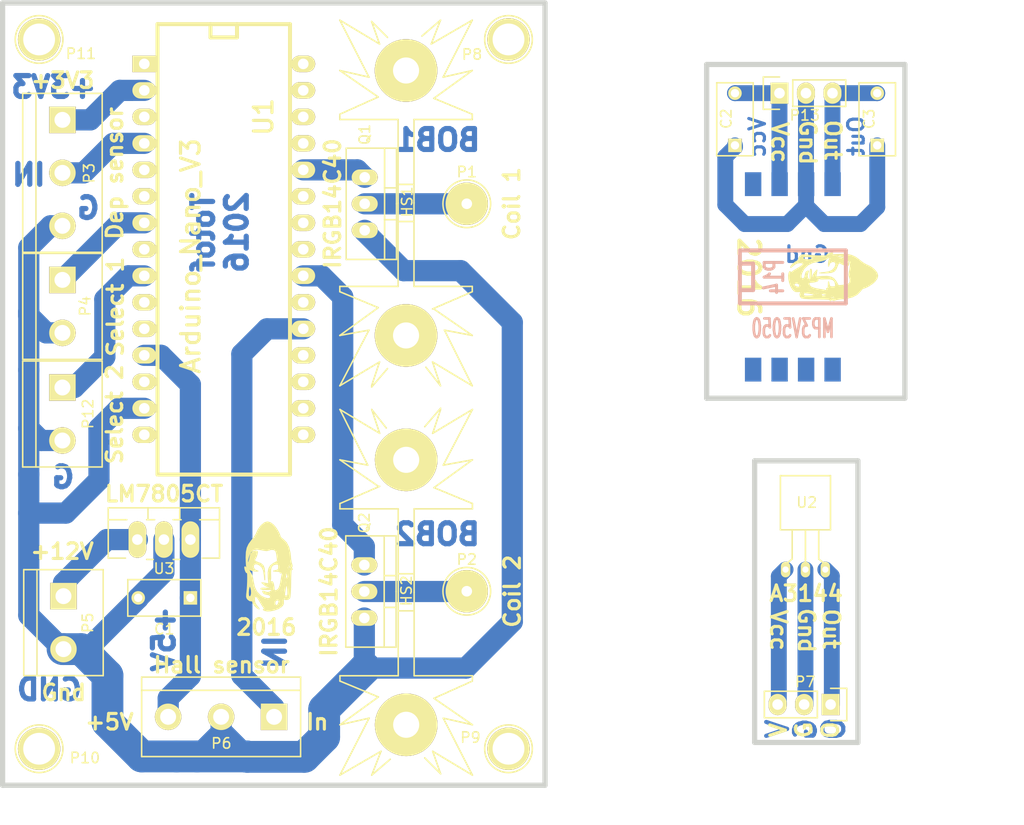
<source format=kicad_pcb>
(kicad_pcb (version 4) (host pcbnew 4.0.2+e4-6225~38~ubuntu16.04.1-stable)

  (general
    (links 34)
    (no_connects 2)
    (area 61.249999 40.249999 159.795645 121.267198)
    (thickness 1.6)
    (drawings 60)
    (tracks 126)
    (zones 0)
    (modules 26)
    (nets 47)
  )

  (page A4)
  (layers
    (0 F.Cu signal)
    (31 B.Cu signal)
    (32 B.Adhes user)
    (33 F.Adhes user)
    (34 B.Paste user)
    (35 F.Paste user)
    (36 B.SilkS user)
    (37 F.SilkS user)
    (38 B.Mask user)
    (39 F.Mask user)
    (40 Dwgs.User user)
    (41 Cmts.User user)
    (42 Eco1.User user)
    (43 Eco2.User user)
    (44 Edge.Cuts user)
    (45 Margin user)
    (46 B.CrtYd user)
    (47 F.CrtYd user)
    (48 B.Fab user)
    (49 F.Fab user)
  )

  (setup
    (last_trace_width 0.25)
    (user_trace_width 0.508)
    (user_trace_width 0.762)
    (user_trace_width 1.016)
    (user_trace_width 1.524)
    (user_trace_width 2.032)
    (user_trace_width 3.048)
    (trace_clearance 0.2)
    (zone_clearance 0.508)
    (zone_45_only no)
    (trace_min 0.2)
    (segment_width 0.2)
    (edge_width 0.5)
    (via_size 0.6)
    (via_drill 0.4)
    (via_min_size 0.4)
    (via_min_drill 0.3)
    (uvia_size 0.3)
    (uvia_drill 0.1)
    (uvias_allowed no)
    (uvia_min_size 0.2)
    (uvia_min_drill 0.1)
    (pcb_text_width 0.3)
    (pcb_text_size 1.5 1.5)
    (mod_edge_width 0.15)
    (mod_text_size 1 1)
    (mod_text_width 0.15)
    (pad_size 1.5748 2.286)
    (pad_drill 0)
    (pad_to_mask_clearance 0.2)
    (aux_axis_origin 0 0)
    (visible_elements FFFFF77F)
    (pcbplotparams
      (layerselection 0x00030_80000001)
      (usegerberextensions false)
      (excludeedgelayer false)
      (linewidth 0.100000)
      (plotframeref false)
      (viasonmask false)
      (mode 1)
      (useauxorigin false)
      (hpglpennumber 1)
      (hpglpenspeed 20)
      (hpglpendiameter 15)
      (hpglpenoverlay 2)
      (psnegative false)
      (psa4output false)
      (plotreference true)
      (plotvalue true)
      (plotinvisibletext false)
      (padsonsilk false)
      (subtractmaskfromsilk false)
      (outputformat 2)
      (mirror false)
      (drillshape 2)
      (scaleselection 1)
      (outputdirectory ""))
  )

  (net 0 "")
  (net 1 "Net-(U1-Pad1)")
  (net 2 "Net-(U1-Pad3)")
  (net 3 "Net-(U1-Pad11)")
  (net 4 "Net-(U1-Pad13)")
  (net 5 "Net-(U1-Pad15)")
  (net 6 "Net-(U1-Pad16)")
  (net 7 "Net-(U1-Pad17)")
  (net 8 "Net-(U1-Pad18)")
  (net 9 GND)
  (net 10 "Net-(U1-Pad21)")
  (net 11 "Net-(U1-Pad23)")
  (net 12 "Net-(U1-Pad24)")
  (net 13 "Net-(U1-Pad27)")
  (net 14 "Net-(U1-Pad28)")
  (net 15 "Net-(U1-Pad29)")
  (net 16 "Net-(U1-Pad30)")
  (net 17 "Net-(P1-Pad1)")
  (net 18 "Net-(P2-Pad1)")
  (net 19 "Net-(P3-Pad1)")
  (net 20 "Net-(P3-Pad2)")
  (net 21 "Net-(P4-Pad1)")
  (net 22 "Net-(P6-Pad1)")
  (net 23 +5V)
  (net 24 "Net-(Q1-Pad1)")
  (net 25 "Net-(Q2-Pad1)")
  (net 26 "Net-(P7-Pad1)")
  (net 27 "Net-(P7-Pad2)")
  (net 28 "Net-(P7-Pad3)")
  (net 29 "Net-(P8-Pad1)")
  (net 30 "Net-(P9-Pad1)")
  (net 31 "Net-(P10-Pad1)")
  (net 32 "Net-(P11-Pad1)")
  (net 33 "Net-(U1-Pad5)")
  (net 34 "Net-(U1-Pad25)")
  (net 35 "Net-(U1-Pad6)")
  (net 36 "Net-(P5-Pad1)")
  (net 37 "Net-(P12-Pad1)")
  (net 38 "Net-(P14-Pad1)")
  (net 39 "Net-(P14-Pad5)")
  (net 40 "Net-(P14-Pad6)")
  (net 41 "Net-(P14-Pad7)")
  (net 42 "Net-(P14-Pad8)")
  (net 43 "Net-(C2-Pad2)")
  (net 44 "Net-(C3-Pad2)")
  (net 45 "Net-(U1-Pad8)")
  (net 46 "Net-(U1-Pad10)")

  (net_class Default "Ceci est la Netclass par défaut"
    (clearance 0.2)
    (trace_width 0.25)
    (via_dia 0.6)
    (via_drill 0.4)
    (uvia_dia 0.3)
    (uvia_drill 0.1)
    (add_net +5V)
    (add_net GND)
    (add_net "Net-(C2-Pad2)")
    (add_net "Net-(C3-Pad2)")
    (add_net "Net-(P1-Pad1)")
    (add_net "Net-(P10-Pad1)")
    (add_net "Net-(P11-Pad1)")
    (add_net "Net-(P12-Pad1)")
    (add_net "Net-(P14-Pad1)")
    (add_net "Net-(P14-Pad5)")
    (add_net "Net-(P14-Pad6)")
    (add_net "Net-(P14-Pad7)")
    (add_net "Net-(P14-Pad8)")
    (add_net "Net-(P2-Pad1)")
    (add_net "Net-(P3-Pad1)")
    (add_net "Net-(P3-Pad2)")
    (add_net "Net-(P4-Pad1)")
    (add_net "Net-(P5-Pad1)")
    (add_net "Net-(P6-Pad1)")
    (add_net "Net-(P7-Pad1)")
    (add_net "Net-(P7-Pad2)")
    (add_net "Net-(P7-Pad3)")
    (add_net "Net-(P8-Pad1)")
    (add_net "Net-(P9-Pad1)")
    (add_net "Net-(Q1-Pad1)")
    (add_net "Net-(Q2-Pad1)")
    (add_net "Net-(U1-Pad1)")
    (add_net "Net-(U1-Pad10)")
    (add_net "Net-(U1-Pad11)")
    (add_net "Net-(U1-Pad13)")
    (add_net "Net-(U1-Pad15)")
    (add_net "Net-(U1-Pad16)")
    (add_net "Net-(U1-Pad17)")
    (add_net "Net-(U1-Pad18)")
    (add_net "Net-(U1-Pad21)")
    (add_net "Net-(U1-Pad23)")
    (add_net "Net-(U1-Pad24)")
    (add_net "Net-(U1-Pad25)")
    (add_net "Net-(U1-Pad27)")
    (add_net "Net-(U1-Pad28)")
    (add_net "Net-(U1-Pad29)")
    (add_net "Net-(U1-Pad3)")
    (add_net "Net-(U1-Pad30)")
    (add_net "Net-(U1-Pad5)")
    (add_net "Net-(U1-Pad6)")
    (add_net "Net-(U1-Pad8)")
  )

  (module Tete_budha:Tete_budha (layer F.Cu) (tedit 5766AA68) (tstamp 57782174)
    (at 141.1605 66.7512 270)
    (path /570FF659)
    (fp_text reference G1 (at 0 -5.461 270) (layer F.SilkS) hide
      (effects (font (thickness 0.3)))
    )
    (fp_text value Tete_budha (at 0 5.969 270) (layer F.SilkS) hide
      (effects (font (thickness 0.3)))
    )
    (fp_poly (pts (xy 2.267668 -0.000343) (xy 2.220055 0.104442) (xy 2.182909 0.234816) (xy 2.153378 0.515948)
      (xy 2.14962 0.59115) (xy 2.14962 -0.153698) (xy 2.144415 -0.1692) (xy 2.069649 -0.152819)
      (xy 1.975653 -0.032171) (xy 1.896524 0.136295) (xy 1.866215 0.291349) (xy 1.884641 0.37197)
      (xy 1.943608 0.316181) (xy 2.027886 0.169333) (xy 2.118347 -0.027369) (xy 2.14962 -0.153698)
      (xy 2.14962 0.59115) (xy 2.132718 0.929382) (xy 2.122183 1.456664) (xy 2.1215 1.554332)
      (xy 2.113765 2.024758) (xy 2.097072 2.444253) (xy 2.073494 2.779557) (xy 2.045105 2.997406)
      (xy 2.027895 3.05567) (xy 2.013911 3.067421) (xy 2.013911 0.548631) (xy 2.003778 0.536222)
      (xy 1.953443 0.547844) (xy 1.947333 0.592667) (xy 1.978311 0.662357) (xy 2.003778 0.649111)
      (xy 2.013911 0.548631) (xy 2.013911 3.067421) (xy 1.877922 3.181704) (xy 1.85743 3.184889)
      (xy 1.85743 2.569919) (xy 1.856716 2.4765) (xy 1.847455 2.32349) (xy 1.847455 0.977054)
      (xy 1.798209 0.733285) (xy 1.782092 0.677333) (xy 1.737981 0.549859) (xy 1.708524 0.559847)
      (xy 1.675072 0.721147) (xy 1.66809 0.762) (xy 1.62648 1.037235) (xy 1.583815 1.363815)
      (xy 1.572474 1.460771) (xy 1.505911 1.722257) (xy 1.505911 0.379298) (xy 1.495778 0.366889)
      (xy 1.445443 0.378511) (xy 1.439333 0.423333) (xy 1.470311 0.493023) (xy 1.495778 0.479778)
      (xy 1.505911 0.379298) (xy 1.505911 1.722257) (xy 1.428149 2.027739) (xy 1.339873 2.175301)
      (xy 1.339873 0.646559) (xy 1.271021 0.631978) (xy 1.223981 0.64813) (xy 1.120291 0.665334)
      (xy 1.134107 0.607055) (xy 1.11642 0.541806) (xy 0.953224 0.505933) (xy 0.788163 0.496854)
      (xy 0.557204 0.488612) (xy 0.484462 0.476828) (xy 0.558847 0.455146) (xy 0.677333 0.433354)
      (xy 0.876483 0.381426) (xy 0.958152 0.282554) (xy 0.973667 0.084667) (xy 0.960888 -0.112974)
      (xy 0.893234 -0.189777) (xy 0.86079 -0.190578) (xy 0.86079 -0.465667) (xy 0.816909 -0.916014)
      (xy 0.773806 -1.194637) (xy 0.711694 -1.413395) (xy 0.67248 -1.487514) (xy 0.49179 -1.588024)
      (xy 0.237538 -1.597995) (xy -0.005141 -1.521249) (xy -0.180396 -1.481645) (xy -0.452408 -1.512992)
      (xy -0.648086 -1.559073) (xy -1.094164 -1.627436) (xy -1.437187 -1.567459) (xy -1.689607 -1.374623)
      (xy -1.831362 -1.129664) (xy -1.928706 -0.858847) (xy -1.993901 -0.605254) (xy -2.021557 -0.405728)
      (xy -2.006284 -0.297109) (xy -1.951679 -0.307248) (xy -1.878287 -0.446126) (xy -1.817048 -0.679656)
      (xy -1.802519 -0.772915) (xy -1.708813 -1.140779) (xy -1.537141 -1.361218) (xy -1.283592 -1.439089)
      (xy -1.265794 -1.439333) (xy -1.116367 -1.427712) (xy -1.06662 -1.360302) (xy -1.090639 -1.188281)
      (xy -1.103002 -1.132648) (xy -1.172506 -0.904784) (xy -1.252448 -0.747264) (xy -1.263419 -0.734715)
      (xy -1.349807 -0.584555) (xy -1.275624 -0.460193) (xy -1.036752 -0.354902) (xy -1.029784 -0.3528)
      (xy -0.725614 -0.229826) (xy -0.529909 -0.056552) (xy -0.420821 0.202235) (xy -0.376502 0.581752)
      (xy -0.372866 0.705989) (xy -0.362198 1.312333) (xy -0.413932 0.804333) (xy -0.482598 0.417162)
      (xy -0.605463 0.147277) (xy -0.665489 0.070339) (xy -0.897138 -0.12719) (xy -1.12543 -0.219398)
      (xy -1.317093 -0.209751) (xy -1.438855 -0.101716) (xy -1.457444 0.101241) (xy -1.446187 0.151677)
      (xy -1.324987 0.354085) (xy -1.136948 0.439157) (xy -1.019069 0.472468) (xy -1.049283 0.485978)
      (xy -1.237381 0.482802) (xy -1.27 0.48149) (xy -1.539965 0.442987) (xy -1.726349 0.364649)
      (xy -1.754141 0.338667) (xy -1.84011 0.266345) (xy -1.867862 0.310628) (xy -1.843066 0.4313)
      (xy -1.771395 0.588148) (xy -1.705003 0.687082) (xy -1.605039 0.888951) (xy -1.521705 1.188065)
      (xy -1.487327 1.397) (xy -1.36419 1.987544) (xy -1.145301 2.448599) (xy -0.822381 2.795671)
      (xy -0.690889 2.888269) (xy -0.375638 3.050536) (xy -0.098528 3.124506) (xy 0.106134 3.105238)
      (xy 0.195992 3.015984) (xy 0.183936 2.857542) (xy 0.037277 2.746445) (xy -0.183288 2.709333)
      (xy -0.412539 2.645055) (xy -0.507353 2.541209) (xy -0.556186 2.427318) (xy -0.500454 2.414073)
      (xy -0.37782 2.456542) (xy -0.117928 2.530296) (xy 0.075225 2.503816) (xy 0.256021 2.386055)
      (xy 0.349854 2.30441) (xy 0.35977 2.259851) (xy 0.260838 2.243261) (xy 0.028127 2.245525)
      (xy -0.116243 2.249928) (xy -0.409571 2.24723) (xy -0.631096 2.222865) (xy -0.730556 2.183714)
      (xy -0.691607 2.133217) (xy -0.508232 2.116495) (xy -0.412412 2.119544) (xy -0.094636 2.131286)
      (xy 0.081644 2.121065) (xy 0.14333 2.084719) (xy 0.129285 2.035698) (xy 0.01708 1.983132)
      (xy -0.023878 1.990606) (xy -0.148915 1.963134) (xy -0.330987 1.85022) (xy -0.381 1.809802)
      (xy -0.635 1.593121) (xy -0.304697 1.649465) (xy 0.025605 1.70581) (xy -0.025618 1.09482)
      (xy -0.038598 0.613269) (xy 0.024189 0.255557) (xy 0.175844 -0.011788) (xy 0.429468 -0.222236)
      (xy 0.507983 -0.268565) (xy 0.86079 -0.465667) (xy 0.86079 -0.190578) (xy 0.726722 -0.193887)
      (xy 0.719667 -0.193386) (xy 0.444521 -0.119174) (xy 0.270981 0.065105) (xy 0.191792 0.372818)
      (xy 0.19567 0.772088) (xy 0.208917 1.163936) (xy 0.170101 1.394885) (xy 0.142312 1.439773)
      (xy 0.097158 1.513367) (xy 0.189477 1.511249) (xy 0.225269 1.50309) (xy 0.353105 1.499927)
      (xy 0.428782 1.596197) (xy 0.475649 1.766738) (xy 0.516707 2.012594) (xy 0.527837 2.206618)
      (xy 0.526545 2.2225) (xy 0.56554 2.344161) (xy 0.688317 2.36784) (xy 0.845622 2.300316)
      (xy 0.980832 2.159946) (xy 1.069799 1.957719) (xy 1.149808 1.665018) (xy 1.186362 1.461446)
      (xy 1.23426 1.157157) (xy 1.285322 0.896028) (xy 1.314448 0.781908) (xy 1.339873 0.646559)
      (xy 1.339873 2.175301) (xy 1.129364 2.52719) (xy 0.82842 2.837608) (xy 0.668062 2.987143)
      (xy 0.609664 3.063878) (xy 0.656504 3.055213) (xy 0.831977 2.935788) (xy 1.051113 2.749587)
      (xy 1.139863 2.664492) (xy 1.368701 2.353286) (xy 1.556089 1.948982) (xy 1.671428 1.527467)
      (xy 1.693333 1.291969) (xy 1.722043 1.157625) (xy 1.778 1.143) (xy 1.840626 1.124181)
      (xy 1.847455 0.977054) (xy 1.847455 2.32349) (xy 1.839907 2.198783) (xy 1.804549 1.971141)
      (xy 1.786854 1.91119) (xy 1.731059 1.801583) (xy 1.686054 1.846523) (xy 1.668858 1.888992)
      (xy 1.626284 2.053239) (xy 1.579391 2.310799) (xy 1.558478 2.454302) (xy 1.531187 2.704864)
      (xy 1.544313 2.830777) (xy 1.610227 2.874388) (xy 1.682426 2.878667) (xy 1.79178 2.858778)
      (xy 1.843867 2.770279) (xy 1.85743 2.569919) (xy 1.85743 3.184889) (xy 1.666822 3.214522)
      (xy 1.482371 3.141541) (xy 1.475406 3.134873) (xy 1.425199 3.144265) (xy 1.418527 3.31087)
      (xy 1.423707 3.374979) (xy 1.422599 3.611201) (xy 1.338111 3.77965) (xy 1.195373 3.91556)
      (xy 1.01476 4.025923) (xy 1.01476 3.410165) (xy 0.981168 3.266187) (xy 0.831908 3.23186)
      (xy 0.826365 3.232611) (xy 0.657412 3.328479) (xy 0.593922 3.520904) (xy 0.625182 3.687945)
      (xy 0.722422 3.800744) (xy 0.846226 3.758672) (xy 0.928354 3.646233) (xy 1.01476 3.410165)
      (xy 1.01476 4.025923) (xy 0.924353 4.081166) (xy 0.577803 4.208253) (xy 0.423333 4.240966)
      (xy 0.423333 2.074333) (xy 0.381 2.032) (xy 0.338667 2.074333) (xy 0.381 2.116667)
      (xy 0.423333 2.074333) (xy 0.423333 4.240966) (xy 0.208754 4.286409) (xy -0.129765 4.305223)
      (xy -0.237559 4.283687) (xy -0.237559 3.312891) (xy -0.261056 3.271135) (xy -0.355951 3.215581)
      (xy -0.508 3.139464) (xy -0.648577 3.075733) (xy -0.648053 3.093804) (xy -0.555318 3.170329)
      (xy -0.434133 3.246987) (xy -0.310801 3.300472) (xy -0.237559 3.312891) (xy -0.237559 4.283687)
      (xy -0.384721 4.254286) (xy -0.423333 4.233333) (xy -0.502377 4.167183) (xy -0.432777 4.149979)
      (xy -0.431378 4.149963) (xy -0.359102 4.128001) (xy -0.407333 4.038931) (xy -0.439406 4.0005)
      (xy -0.546753 3.850182) (xy -0.698929 3.607396) (xy -0.839742 3.3655) (xy -1.036241 3.056111)
      (xy -1.188567 2.903289) (xy -1.27 2.906942) (xy -1.27 2.58733) (xy -1.330137 2.515717)
      (xy -1.367749 2.489582) (xy -1.425686 2.479602) (xy -1.405085 2.526918) (xy -1.319835 2.617812)
      (xy -1.270824 2.599166) (xy -1.27 2.58733) (xy -1.27 2.906942) (xy -1.29345 2.907994)
      (xy -1.34762 3.071186) (xy -1.354667 3.214387) (xy -1.318036 3.487108) (xy -1.186054 3.732794)
      (xy -1.0795 3.863626) (xy -0.933121 4.039654) (xy -0.900601 4.109032) (xy -0.976293 4.085078)
      (xy -0.988267 4.078774) (xy -1.18716 3.928593) (xy -1.372671 3.720479) (xy -1.497614 3.513467)
      (xy -1.524 3.408523) (xy -1.579661 3.322959) (xy -1.625699 3.329491) (xy -1.625699 2.61334)
      (xy -1.637993 2.327898) (xy -1.70108 2.069552) (xy -1.792498 1.843264) (xy -1.792498 1.648213)
      (xy -1.807731 1.440696) (xy -1.824182 1.316182) (xy -1.865682 1.094921) (xy -1.905329 0.971749)
      (xy -1.921551 0.961996) (xy -1.932836 1.06112) (xy -1.917602 1.268637) (xy -1.901152 1.393151)
      (xy -1.859651 1.614412) (xy -1.820004 1.737584) (xy -1.803782 1.747337) (xy -1.792498 1.648213)
      (xy -1.792498 1.843264) (xy -1.801762 1.820333) (xy -1.866108 2.032) (xy -1.915094 2.271809)
      (xy -1.936761 2.54011) (xy -1.929429 2.772903) (xy -1.891417 2.906186) (xy -1.889125 2.908653)
      (xy -1.772323 2.948944) (xy -1.677743 2.842578) (xy -1.625699 2.61334) (xy -1.625699 3.329491)
      (xy -1.652921 3.333354) (xy -1.801935 3.314382) (xy -1.959078 3.205588) (xy -2.056048 3.08764)
      (xy -2.099075 2.951416) (xy -2.096852 2.742826) (xy -2.071055 2.509009) (xy -2.039719 2.195439)
      (xy -2.0166 1.839202) (xy -2.002139 1.474317) (xy -1.996774 1.134806) (xy -2.000948 0.854688)
      (xy -2.0151 0.667984) (xy -2.03967 0.608715) (xy -2.046555 0.616216) (xy -2.114246 0.625982)
      (xy -2.195551 0.480868) (xy -2.196472 0.478453) (xy -2.264147 0.257036) (xy -2.280161 0.111459)
      (xy -2.249442 0.068954) (xy -2.176919 0.156752) (xy -2.148188 0.211667) (xy -2.02413 0.465667)
      (xy -2.085469 0.169333) (xy -2.114392 -0.056172) (xy -2.135933 -0.387607) (xy -2.146274 -0.761607)
      (xy -2.146666 -0.846667) (xy -2.124167 -1.349806) (xy -2.042833 -1.746259) (xy -1.881574 -2.094414)
      (xy -1.619297 -2.452658) (xy -1.52808 -2.559083) (xy -1.32508 -2.828559) (xy -1.15992 -3.113623)
      (xy -1.103504 -3.248606) (xy -0.978172 -3.505926) (xy -0.78251 -3.785459) (xy -0.67734 -3.904772)
      (xy -0.380572 -4.149591) (xy -0.10565 -4.233111) (xy 0.173112 -4.156556) (xy 0.441535 -3.958167)
      (xy 0.636121 -3.741272) (xy 0.829914 -3.46148) (xy 0.990963 -3.172869) (xy 1.087315 -2.929521)
      (xy 1.101245 -2.841597) (xy 1.165798 -2.741586) (xy 1.326365 -2.601061) (xy 1.391392 -2.554492)
      (xy 1.705408 -2.241877) (xy 1.934308 -1.800226) (xy 2.067955 -1.252333) (xy 2.094508 -0.973667)
      (xy 2.123604 -0.645668) (xy 2.168999 -0.363398) (xy 2.21883 -0.193386) (xy 2.267668 -0.000343)
      (xy 2.267668 -0.000343)) (layer F.SilkS) (width 0.1))
    (fp_poly (pts (xy 2.286 0.296333) (xy 2.243667 0.338667) (xy 2.201333 0.296333) (xy 2.243667 0.254)
      (xy 2.286 0.296333) (xy 2.286 0.296333)) (layer F.SilkS) (width 0.1))
  )

  (module MP3V5050V:MP3V5050V (layer B.Cu) (tedit 57794118) (tstamp 57685343)
    (at 137.2616 66.7639)
    (descr MP3V5050V)
    (tags MP3V5050V)
    (path /576866EF)
    (fp_text reference P14 (at -1.778 0 270) (layer B.SilkS)
      (effects (font (size 1.778 1.143) (thickness 0.3048)) (justify mirror))
    )
    (fp_text value MP3V5050 (at 0 4.953) (layer B.SilkS)
      (effects (font (size 1.778 1.016) (thickness 0.254)) (justify mirror))
    )
    (fp_line (start -5.08 1.27) (end -3.81 1.27) (layer B.SilkS) (width 0.381))
    (fp_line (start -3.81 1.27) (end -3.81 -1.27) (layer B.SilkS) (width 0.381))
    (fp_line (start -3.81 -1.27) (end -5.08 -1.27) (layer B.SilkS) (width 0.381))
    (fp_line (start -5.08 2.54) (end 5.08 2.54) (layer B.SilkS) (width 0.381))
    (fp_line (start 5.08 2.54) (end 5.08 -2.54) (layer B.SilkS) (width 0.381))
    (fp_line (start 5.08 -2.54) (end -5.08 -2.54) (layer B.SilkS) (width 0.381))
    (fp_line (start -5.08 -2.54) (end -5.08 2.54) (layer B.SilkS) (width 0.381))
    (pad 1 smd rect (at -3.81 -8.89) (size 1.5748 2.286) (layers B.Cu B.Paste B.Mask)
      (net 38 "Net-(P14-Pad1)"))
    (pad 2 smd rect (at -1.27 -8.89) (size 1.5748 2.286) (layers B.Cu B.Paste B.Mask)
      (net 43 "Net-(C2-Pad2)"))
    (pad 3 smd rect (at 1.27 -8.89) (size 1.5748 2.286) (layers B.Cu B.Paste B.Mask)
      (net 9 GND))
    (pad 4 smd rect (at 3.81 -8.89) (size 1.5748 2.286) (layers B.Cu B.Paste B.Mask)
      (net 44 "Net-(C3-Pad2)"))
    (pad 5 smd rect (at 3.81 8.89) (size 1.5748 2.286) (layers B.Cu B.Paste B.Mask)
      (net 39 "Net-(P14-Pad5)"))
    (pad 6 smd rect (at 1.27 8.89) (size 1.5748 2.286) (layers B.Cu B.Paste B.Mask)
      (net 40 "Net-(P14-Pad6)"))
    (pad 7 smd rect (at -1.27 8.89) (size 1.5748 2.286) (layers B.Cu B.Paste B.Mask)
      (net 41 "Net-(P14-Pad7)"))
    (pad 8 smd rect (at -3.81 8.89) (size 1.5748 2.286) (layers B.Cu F.Paste F.Mask)
      (net 42 "Net-(P14-Pad8)"))
    (model walter/smd_dil/soij-8.wrl
      (at (xyz 0 0 0))
      (scale (xyz 2 2.4 2))
      (rotate (xyz 0 0 0))
    )
  )

  (module TO_SOT_Packages_THT:TO-92_Horizontal2_Inline_Narrow_Oval (layer F.Cu) (tedit 576E33DE) (tstamp 570AC287)
    (at 137.1981 94.82074)
    (descr "TO-92 horizontal, leads in-line, narrow, oval pads, drill 0.6mm (see NXP sot054_po.pdf)")
    (tags "to-92 sc-43 sc-43a sot54 PA33 transistor")
    (path /570AB9C1)
    (fp_text reference U2 (at 1.397 -6.42874 180) (layer F.SilkS)
      (effects (font (size 1 1) (thickness 0.15)))
    )
    (fp_text value A3144 (at 1.4097 2.33426) (layer F.Fab)
      (effects (font (size 1 1) (thickness 0.15)))
    )
    (fp_line (start 0 -1.016) (end -0.635 -0.508) (layer F.SilkS) (width 0.15))
    (fp_line (start 2.54 -1.016) (end 3.175 -0.508) (layer F.SilkS) (width 0.15))
    (fp_line (start 1.27 -1.016) (end 1.27 -0.508) (layer F.SilkS) (width 0.15))
    (fp_line (start 2.54 -1.016) (end 2.54 -3.81) (layer F.SilkS) (width 0.15))
    (fp_line (start 1.27 -1.016) (end 1.27 -3.81) (layer F.SilkS) (width 0.15))
    (fp_line (start 0 -1.016) (end 0 -3.81) (layer F.SilkS) (width 0.15))
    (fp_line (start 3.67 -3.81) (end -1.13 -3.81) (layer F.SilkS) (width 0.15))
    (fp_line (start -1.13 -3.81) (end -1.13 -9) (layer F.SilkS) (width 0.15))
    (fp_line (start -1.13 -9) (end 3.67 -9) (layer F.SilkS) (width 0.15))
    (fp_line (start 3.67 -9) (end 3.67 -3.81) (layer F.SilkS) (width 0.15))
    (fp_line (start 3.95 -9.25) (end 3.95 1) (layer F.CrtYd) (width 0.05))
    (fp_line (start 3.95 -9.25) (end -1.4 -9.25) (layer F.CrtYd) (width 0.05))
    (fp_line (start -1.4 -9.25) (end -1.4 1) (layer F.CrtYd) (width 0.05))
    (fp_line (start 3.95 1) (end -1.4 1) (layer F.CrtYd) (width 0.05))
    (pad 2 thru_hole oval (at 1.27 0) (size 0.89916 1.50114) (drill 0.6) (layers *.Cu *.Mask F.SilkS)
      (net 27 "Net-(P7-Pad2)"))
    (pad 1 thru_hole oval (at -0.635 0) (size 0.89916 1.50114) (drill 0.6) (layers *.Cu *.Mask F.SilkS)
      (net 28 "Net-(P7-Pad3)"))
    (pad 3 thru_hole oval (at 3.175 0) (size 0.89916 1.50114) (drill 0.6) (layers *.Cu *.Mask F.SilkS)
      (net 26 "Net-(P7-Pad1)"))
    (model walter/to/ipak.wrl
      (at (xyz 0.05 0 0))
      (scale (xyz 0.75 0.75 0.75))
      (rotate (xyz 0 0 0))
    )
  )

  (module arduino:arduino_mini (layer F.Cu) (tedit 57793DBB) (tstamp 57016D0C)
    (at 82.7024 65.3923 270)
    (descr "30 pins DIL package, elliptical pads, width 600mil (arduino mini)")
    (tags "DIL arduino mini")
    (path /57015F7D)
    (fp_text reference U1 (at -13.97 -3.81 270) (layer F.SilkS)
      (effects (font (size 1.778 1.778) (thickness 0.3048)))
    )
    (fp_text value Arduino_Nano_V3 (at -0.635 3.175 270) (layer F.SilkS)
      (effects (font (size 1.778 1.778) (thickness 0.3048)))
    )
    (fp_line (start -22.86 -6.35) (end 20.32 -6.35) (layer F.SilkS) (width 0.381))
    (fp_line (start 20.32 -6.35) (end 20.32 6.35) (layer F.SilkS) (width 0.381))
    (fp_line (start 20.32 6.35) (end -22.86 6.35) (layer F.SilkS) (width 0.381))
    (fp_line (start -22.86 6.35) (end -22.86 -6.35) (layer F.SilkS) (width 0.381))
    (fp_line (start -22.86 1.27) (end -21.59 1.27) (layer F.SilkS) (width 0.381))
    (fp_line (start -21.59 1.27) (end -21.59 -1.27) (layer F.SilkS) (width 0.381))
    (fp_line (start -21.59 -1.27) (end -22.86 -1.27) (layer F.SilkS) (width 0.381))
    (pad 1 thru_hole rect (at -19.05 7.62 270) (size 1.5748 2.286) (drill 1.016) (layers *.Cu *.Mask F.SilkS)
      (net 1 "Net-(U1-Pad1)"))
    (pad 2 thru_hole oval (at -16.51 7.62 270) (size 1.5748 2.286) (drill 1.016) (layers *.Cu *.Mask F.SilkS)
      (net 19 "Net-(P3-Pad1)"))
    (pad 3 thru_hole oval (at -13.97 7.62 270) (size 1.5748 2.286) (drill 1.016) (layers *.Cu *.Mask F.SilkS)
      (net 2 "Net-(U1-Pad3)"))
    (pad 4 thru_hole oval (at -11.43 7.62 270) (size 1.5748 2.286) (drill 1.016) (layers *.Cu *.Mask F.SilkS)
      (net 20 "Net-(P3-Pad2)"))
    (pad 5 thru_hole oval (at -8.89 7.62 270) (size 1.5748 2.286) (drill 1.016) (layers *.Cu *.Mask F.SilkS)
      (net 33 "Net-(U1-Pad5)"))
    (pad 6 thru_hole oval (at -6.35 7.62 270) (size 1.5748 2.286) (drill 1.016) (layers *.Cu *.Mask F.SilkS)
      (net 35 "Net-(U1-Pad6)"))
    (pad 7 thru_hole oval (at -3.81 7.62 270) (size 1.5748 2.286) (drill 1.016) (layers *.Cu *.Mask F.SilkS)
      (net 21 "Net-(P4-Pad1)"))
    (pad 8 thru_hole oval (at -1.27 7.62 270) (size 1.5748 2.286) (drill 1.016) (layers *.Cu *.Mask F.SilkS)
      (net 45 "Net-(U1-Pad8)"))
    (pad 9 thru_hole oval (at 1.27 7.62 270) (size 1.5748 2.286) (drill 1.016) (layers *.Cu *.Mask F.SilkS)
      (net 37 "Net-(P12-Pad1)"))
    (pad 10 thru_hole oval (at 3.81 7.62 270) (size 1.5748 2.286) (drill 1.016) (layers *.Cu *.Mask F.SilkS)
      (net 46 "Net-(U1-Pad10)"))
    (pad 11 thru_hole oval (at 6.35 7.62 270) (size 1.5748 2.286) (drill 1.016) (layers *.Cu *.Mask F.SilkS)
      (net 3 "Net-(U1-Pad11)"))
    (pad 12 thru_hole oval (at 8.89 7.62 270) (size 1.5748 2.286) (drill 1.016) (layers *.Cu *.Mask F.SilkS)
      (net 23 +5V))
    (pad 13 thru_hole oval (at 11.43 7.62 270) (size 1.5748 2.286) (drill 1.016) (layers *.Cu *.Mask F.SilkS)
      (net 4 "Net-(U1-Pad13)"))
    (pad 14 thru_hole oval (at 13.97 7.62 270) (size 1.5748 2.286) (drill 1.016) (layers *.Cu *.Mask F.SilkS)
      (net 9 GND))
    (pad 15 thru_hole oval (at 16.51 7.62 270) (size 1.5748 2.286) (drill 1.016) (layers *.Cu *.Mask F.SilkS)
      (net 5 "Net-(U1-Pad15)"))
    (pad 16 thru_hole oval (at 16.51 -7.62 270) (size 1.5748 2.286) (drill 1.016) (layers *.Cu *.Mask F.SilkS)
      (net 6 "Net-(U1-Pad16)"))
    (pad 17 thru_hole oval (at 13.97 -7.62 270) (size 1.5748 2.286) (drill 1.016) (layers *.Cu *.Mask F.SilkS)
      (net 7 "Net-(U1-Pad17)"))
    (pad 18 thru_hole oval (at 11.43 -7.62 270) (size 1.5748 2.286) (drill 1.016) (layers *.Cu *.Mask F.SilkS)
      (net 8 "Net-(U1-Pad18)"))
    (pad 19 thru_hole oval (at 8.89 -7.62 270) (size 1.5748 2.286) (drill 1.016) (layers *.Cu *.Mask F.SilkS)
      (net 9 GND))
    (pad 20 thru_hole oval (at 6.35 -7.62 270) (size 1.5748 2.286) (drill 1.016) (layers *.Cu *.Mask F.SilkS)
      (net 22 "Net-(P6-Pad1)"))
    (pad 21 thru_hole oval (at 3.81 -7.62 270) (size 1.5748 2.286) (drill 1.016) (layers *.Cu *.Mask F.SilkS)
      (net 10 "Net-(U1-Pad21)"))
    (pad 22 thru_hole oval (at 1.27 -7.62 270) (size 1.5748 2.286) (drill 1.016) (layers *.Cu *.Mask F.SilkS)
      (net 25 "Net-(Q2-Pad1)"))
    (pad 23 thru_hole oval (at -1.27 -7.62 270) (size 1.5748 2.286) (drill 1.016) (layers *.Cu *.Mask F.SilkS)
      (net 11 "Net-(U1-Pad23)"))
    (pad 24 thru_hole oval (at -3.81 -7.62 270) (size 1.5748 2.286) (drill 1.016) (layers *.Cu *.Mask F.SilkS)
      (net 12 "Net-(U1-Pad24)"))
    (pad 25 thru_hole oval (at -6.35 -7.62 270) (size 1.5748 2.286) (drill 1.016) (layers *.Cu *.Mask F.SilkS)
      (net 34 "Net-(U1-Pad25)"))
    (pad 26 thru_hole oval (at -8.89 -7.62 270) (size 1.5748 2.286) (drill 1.016) (layers *.Cu *.Mask F.SilkS)
      (net 24 "Net-(Q1-Pad1)"))
    (pad 27 thru_hole oval (at -11.43 -7.62 270) (size 1.5748 2.286) (drill 1.016) (layers *.Cu *.Mask F.SilkS)
      (net 13 "Net-(U1-Pad27)"))
    (pad 28 thru_hole oval (at -13.97 -7.62 270) (size 1.5748 2.286) (drill 1.016) (layers *.Cu *.Mask F.SilkS)
      (net 14 "Net-(U1-Pad28)"))
    (pad 29 thru_hole oval (at -16.51 -7.62 270) (size 1.5748 2.286) (drill 1.016) (layers *.Cu *.Mask F.SilkS)
      (net 15 "Net-(U1-Pad29)"))
    (pad 30 thru_hole oval (at -19.05 -7.62 270) (size 1.5748 2.286) (drill 1.016) (layers *.Cu *.Mask F.SilkS)
      (net 16 "Net-(U1-Pad30)"))
    (model other/arduino_nano.wrl
      (at (xyz -0.98 -0.39 -0.1))
      (scale (xyz 0.395 0.395 0.4))
      (rotate (xyz 0 0 0))
    )
  )

  (module Connect:bornier3 (layer F.Cu) (tedit 570E934B) (tstamp 570AC0BF)
    (at 67.23634 56.78932 270)
    (descr "Bornier d'alimentation 3 pins")
    (tags DEV)
    (path /570ABDF6)
    (fp_text reference P3 (at 0.03048 -2.56286 270) (layer F.SilkS)
      (effects (font (size 1 1) (thickness 0.15)))
    )
    (fp_text value CONN_DEP (at -0.0254 3.0734 270) (layer F.Fab)
      (effects (font (size 1 1) (thickness 0.15)))
    )
    (fp_line (start -7.62 3.81) (end -7.62 -3.81) (layer F.SilkS) (width 0.15))
    (fp_line (start 7.62 3.81) (end 7.62 -3.81) (layer F.SilkS) (width 0.15))
    (fp_line (start -7.62 2.54) (end 7.62 2.54) (layer F.SilkS) (width 0.15))
    (fp_line (start -7.62 -3.81) (end 7.62 -3.81) (layer F.SilkS) (width 0.15))
    (fp_line (start -7.62 3.81) (end 7.62 3.81) (layer F.SilkS) (width 0.15))
    (pad 1 thru_hole rect (at -5.08 0 270) (size 2.54 2.54) (drill 1.524) (layers *.Cu *.Mask F.SilkS)
      (net 19 "Net-(P3-Pad1)"))
    (pad 2 thru_hole circle (at 0 0 270) (size 2.54 2.54) (drill 1.524) (layers *.Cu *.Mask F.SilkS)
      (net 20 "Net-(P3-Pad2)"))
    (pad 3 thru_hole circle (at 5.08 0 270) (size 2.54 2.54) (drill 1.524) (layers *.Cu *.Mask F.SilkS)
      (net 9 GND))
    (model walter/conn_screw/mors_3p.wrl
      (at (xyz 0 0 0))
      (scale (xyz 1 1 1))
      (rotate (xyz 0 0 180))
    )
  )

  (module Connect:bornier2 (layer F.Cu) (tedit 570E935D) (tstamp 570AC0C5)
    (at 67.23634 69.59092 270)
    (descr "Bornier d'alimentation 2 pins")
    (tags DEV)
    (path /570ABCA6)
    (fp_text reference P4 (at -0.03048 -2.17932 270) (layer F.SilkS)
      (effects (font (size 1 1) (thickness 0.15)))
    )
    (fp_text value CONN_SEL1 (at -0.03048 3.10134 270) (layer F.Fab)
      (effects (font (size 1 1) (thickness 0.15)))
    )
    (fp_line (start 5.08 2.54) (end -5.08 2.54) (layer F.SilkS) (width 0.15))
    (fp_line (start 5.08 3.81) (end 5.08 -3.81) (layer F.SilkS) (width 0.15))
    (fp_line (start 5.08 -3.81) (end -5.08 -3.81) (layer F.SilkS) (width 0.15))
    (fp_line (start -5.08 -3.81) (end -5.08 3.81) (layer F.SilkS) (width 0.15))
    (fp_line (start -5.08 3.81) (end 5.08 3.81) (layer F.SilkS) (width 0.15))
    (pad 1 thru_hole rect (at -2.54 0 270) (size 2.54 2.54) (drill 1.524) (layers *.Cu *.Mask F.SilkS)
      (net 21 "Net-(P4-Pad1)"))
    (pad 2 thru_hole circle (at 2.54 0 270) (size 2.54 2.54) (drill 1.524) (layers *.Cu *.Mask F.SilkS)
      (net 9 GND))
    (model walter/conn_screw/mors_2p.wrl
      (at (xyz 0 0 0))
      (scale (xyz 1 1 1))
      (rotate (xyz 0 0 180))
    )
  )

  (module Connect:bornier2 (layer F.Cu) (tedit 570E9365) (tstamp 570AC0CB)
    (at 67.3354 99.9109 270)
    (descr "Bornier d'alimentation 2 pins")
    (tags DEV)
    (path /570AB4C6)
    (fp_text reference P5 (at 0.01778 -2.33426 270) (layer F.SilkS)
      (effects (font (size 1 1) (thickness 0.15)))
    )
    (fp_text value CONN_12V (at 0.01778 3.12928 270) (layer F.Fab)
      (effects (font (size 1 1) (thickness 0.15)))
    )
    (fp_line (start 5.08 2.54) (end -5.08 2.54) (layer F.SilkS) (width 0.15))
    (fp_line (start 5.08 3.81) (end 5.08 -3.81) (layer F.SilkS) (width 0.15))
    (fp_line (start 5.08 -3.81) (end -5.08 -3.81) (layer F.SilkS) (width 0.15))
    (fp_line (start -5.08 -3.81) (end -5.08 3.81) (layer F.SilkS) (width 0.15))
    (fp_line (start -5.08 3.81) (end 5.08 3.81) (layer F.SilkS) (width 0.15))
    (pad 1 thru_hole rect (at -2.54 0 270) (size 2.54 2.54) (drill 1.524) (layers *.Cu *.Mask F.SilkS)
      (net 36 "Net-(P5-Pad1)"))
    (pad 2 thru_hole circle (at 2.54 0 270) (size 2.54 2.54) (drill 1.524) (layers *.Cu *.Mask F.SilkS)
      (net 9 GND))
    (model walter/conn_screw/mors_2p.wrl
      (at (xyz 0 0 0))
      (scale (xyz 1 1 1))
      (rotate (xyz 0 0 180))
    )
  )

  (module Connect:bornier3 (layer F.Cu) (tedit 570E936C) (tstamp 570AC0D2)
    (at 82.4484 108.9406 180)
    (descr "Bornier d'alimentation 3 pins")
    (tags DEV)
    (path /570AD572)
    (fp_text reference P6 (at -0.0254 -2.54508 180) (layer F.SilkS)
      (effects (font (size 1 1) (thickness 0.15)))
    )
    (fp_text value CONN_HALL1 (at 0.00508 3.10896 180) (layer F.Fab)
      (effects (font (size 1 1) (thickness 0.15)))
    )
    (fp_line (start -7.62 3.81) (end -7.62 -3.81) (layer F.SilkS) (width 0.15))
    (fp_line (start 7.62 3.81) (end 7.62 -3.81) (layer F.SilkS) (width 0.15))
    (fp_line (start -7.62 2.54) (end 7.62 2.54) (layer F.SilkS) (width 0.15))
    (fp_line (start -7.62 -3.81) (end 7.62 -3.81) (layer F.SilkS) (width 0.15))
    (fp_line (start -7.62 3.81) (end 7.62 3.81) (layer F.SilkS) (width 0.15))
    (pad 1 thru_hole rect (at -5.08 0 180) (size 2.54 2.54) (drill 1.524) (layers *.Cu *.Mask F.SilkS)
      (net 22 "Net-(P6-Pad1)"))
    (pad 2 thru_hole circle (at 0 0 180) (size 2.54 2.54) (drill 1.524) (layers *.Cu *.Mask F.SilkS)
      (net 9 GND))
    (pad 3 thru_hole circle (at 5.08 0 180) (size 2.54 2.54) (drill 1.524) (layers *.Cu *.Mask F.SilkS)
      (net 23 +5V))
    (model walter/conn_screw/mors_3p.wrl
      (at (xyz 0 0 0))
      (scale (xyz 1 1 1))
      (rotate (xyz 0 0 0))
    )
  )

  (module TO_SOT_Packages_THT:TO-220_Neutral123_Vertical (layer F.Cu) (tedit 57793E10) (tstamp 570AC0E0)
    (at 96.2152 59.75604 270)
    (descr "TO-220, Neutral, Vertical,")
    (tags "TO-220, Neutral, Vertical,")
    (path /570AC1A5)
    (fp_text reference Q1 (at -6.64464 0 270) (layer F.SilkS)
      (effects (font (size 1 1) (thickness 0.15)))
    )
    (fp_text value IRGB14C40 (at 0 3.81 270) (layer F.Fab)
      (effects (font (size 1 1) (thickness 0.15)))
    )
    (fp_line (start -1.524 -3.048) (end -1.524 -1.905) (layer F.SilkS) (width 0.15))
    (fp_line (start 1.524 -3.048) (end 1.524 -1.905) (layer F.SilkS) (width 0.15))
    (fp_line (start 5.334 -1.905) (end 5.334 1.778) (layer F.SilkS) (width 0.15))
    (fp_line (start 5.334 1.778) (end -5.334 1.778) (layer F.SilkS) (width 0.15))
    (fp_line (start -5.334 1.778) (end -5.334 -1.905) (layer F.SilkS) (width 0.15))
    (fp_line (start 5.334 -3.048) (end 5.334 -1.905) (layer F.SilkS) (width 0.15))
    (fp_line (start 5.334 -1.905) (end -5.334 -1.905) (layer F.SilkS) (width 0.15))
    (fp_line (start -5.334 -1.905) (end -5.334 -3.048) (layer F.SilkS) (width 0.15))
    (fp_line (start 0 -3.048) (end -5.334 -3.048) (layer F.SilkS) (width 0.15))
    (fp_line (start 0 -3.048) (end 5.334 -3.048) (layer F.SilkS) (width 0.15))
    (pad 2 thru_hole oval (at 0 0) (size 2.49936 1.50114) (drill 1.016) (layers *.Cu *.Mask F.SilkS)
      (net 17 "Net-(P1-Pad1)"))
    (pad 1 thru_hole oval (at -2.54 0) (size 2.49936 1.50114) (drill 1.016) (layers *.Cu *.Mask F.SilkS)
      (net 24 "Net-(Q1-Pad1)"))
    (pad 3 thru_hole oval (at 2.54 0) (size 2.49936 1.50114) (drill 1.016) (layers *.Cu *.Mask F.SilkS)
      (net 9 GND))
    (model walter/to/to220-3.wrl
      (at (xyz 0 0 0))
      (scale (xyz 1 1 1))
      (rotate (xyz 0 0 0))
    )
  )

  (module TO_SOT_Packages_THT:TO-220_Neutral123_Vertical (layer F.Cu) (tedit 57793E26) (tstamp 570AC0E7)
    (at 96.1771 96.9264 270)
    (descr "TO-220, Neutral, Vertical,")
    (tags "TO-220, Neutral, Vertical,")
    (path /570AC050)
    (fp_text reference Q2 (at -6.5786 0 270) (layer F.SilkS)
      (effects (font (size 1 1) (thickness 0.15)))
    )
    (fp_text value IRGB14C40 (at 0 3.81 270) (layer F.Fab)
      (effects (font (size 1 1) (thickness 0.15)))
    )
    (fp_line (start -1.524 -3.048) (end -1.524 -1.905) (layer F.SilkS) (width 0.15))
    (fp_line (start 1.524 -3.048) (end 1.524 -1.905) (layer F.SilkS) (width 0.15))
    (fp_line (start 5.334 -1.905) (end 5.334 1.778) (layer F.SilkS) (width 0.15))
    (fp_line (start 5.334 1.778) (end -5.334 1.778) (layer F.SilkS) (width 0.15))
    (fp_line (start -5.334 1.778) (end -5.334 -1.905) (layer F.SilkS) (width 0.15))
    (fp_line (start 5.334 -3.048) (end 5.334 -1.905) (layer F.SilkS) (width 0.15))
    (fp_line (start 5.334 -1.905) (end -5.334 -1.905) (layer F.SilkS) (width 0.15))
    (fp_line (start -5.334 -1.905) (end -5.334 -3.048) (layer F.SilkS) (width 0.15))
    (fp_line (start 0 -3.048) (end -5.334 -3.048) (layer F.SilkS) (width 0.15))
    (fp_line (start 0 -3.048) (end 5.334 -3.048) (layer F.SilkS) (width 0.15))
    (pad 2 thru_hole oval (at 0 0) (size 2.49936 1.50114) (drill 1.016) (layers *.Cu *.Mask F.SilkS)
      (net 18 "Net-(P2-Pad1)"))
    (pad 1 thru_hole oval (at -2.54 0) (size 2.49936 1.50114) (drill 1.016) (layers *.Cu *.Mask F.SilkS)
      (net 25 "Net-(Q2-Pad1)"))
    (pad 3 thru_hole oval (at 2.54 0) (size 2.49936 1.50114) (drill 1.016) (layers *.Cu *.Mask F.SilkS)
      (net 9 GND))
    (model walter/to/to220-3.wrl
      (at (xyz 0 0 0))
      (scale (xyz 1 1 1))
      (rotate (xyz 0 0 0))
    )
  )

  (module Socket_Strips:Socket_Strip_Straight_1x03 (layer F.Cu) (tedit 577586C9) (tstamp 570AC280)
    (at 140.8811 107.7595 180)
    (descr "Through hole socket strip")
    (tags "socket strip")
    (path /570AD48D)
    (fp_text reference P7 (at 2.4384 2.1717 180) (layer F.SilkS)
      (effects (font (size 1 1) (thickness 0.15)))
    )
    (fp_text value CONN_HALL2 (at 2.3495 3.683 180) (layer F.Fab)
      (effects (font (size 1 1) (thickness 0.15)))
    )
    (fp_line (start 0 -1.55) (end -1.55 -1.55) (layer F.SilkS) (width 0.15))
    (fp_line (start -1.55 -1.55) (end -1.55 1.55) (layer F.SilkS) (width 0.15))
    (fp_line (start -1.55 1.55) (end 0 1.55) (layer F.SilkS) (width 0.15))
    (fp_line (start -1.75 -1.75) (end -1.75 1.75) (layer F.CrtYd) (width 0.05))
    (fp_line (start 6.85 -1.75) (end 6.85 1.75) (layer F.CrtYd) (width 0.05))
    (fp_line (start -1.75 -1.75) (end 6.85 -1.75) (layer F.CrtYd) (width 0.05))
    (fp_line (start -1.75 1.75) (end 6.85 1.75) (layer F.CrtYd) (width 0.05))
    (fp_line (start 1.27 -1.27) (end 6.35 -1.27) (layer F.SilkS) (width 0.15))
    (fp_line (start 6.35 -1.27) (end 6.35 1.27) (layer F.SilkS) (width 0.15))
    (fp_line (start 6.35 1.27) (end 1.27 1.27) (layer F.SilkS) (width 0.15))
    (fp_line (start 1.27 1.27) (end 1.27 -1.27) (layer F.SilkS) (width 0.15))
    (pad 1 thru_hole rect (at 0 0 180) (size 1.7272 2.032) (drill 1.016) (layers *.Cu *.Mask F.SilkS)
      (net 26 "Net-(P7-Pad1)"))
    (pad 2 thru_hole oval (at 2.54 0 180) (size 1.7272 2.032) (drill 1.016) (layers *.Cu *.Mask F.SilkS)
      (net 27 "Net-(P7-Pad2)"))
    (pad 3 thru_hole oval (at 5.08 0 180) (size 1.7272 2.032) (drill 1.016) (layers *.Cu *.Mask F.SilkS)
      (net 28 "Net-(P7-Pad3)"))
    (model walter/pin_strip/pin_strip_3.wrl
      (at (xyz 0.1 0 0))
      (scale (xyz 1 1 1))
      (rotate (xyz 0 0 0))
    )
  )

  (module TO_SOT_Packages_THT:TO-220_Neutral123_Vertical_LargePads (layer F.Cu) (tedit 57793E7D) (tstamp 570AC28E)
    (at 76.962 91.948)
    (descr "TO-220, Neutral, Vertical, Large Pads,")
    (tags "TO-220, Neutral, Vertical, Large Pads,")
    (path /570AB610)
    (fp_text reference U3 (at 0.0127 2.7813) (layer F.SilkS)
      (effects (font (size 1 1) (thickness 0.15)))
    )
    (fp_text value LM7805CT (at 0 -2.4384) (layer F.Fab)
      (effects (font (size 1 1) (thickness 0.15)))
    )
    (fp_line (start 5.334 -1.905) (end 3.429 -1.905) (layer F.SilkS) (width 0.15))
    (fp_line (start 0.889 -1.905) (end 1.651 -1.905) (layer F.SilkS) (width 0.15))
    (fp_line (start -1.524 -1.905) (end -1.651 -1.905) (layer F.SilkS) (width 0.15))
    (fp_line (start -1.524 -1.905) (end -0.889 -1.905) (layer F.SilkS) (width 0.15))
    (fp_line (start -5.334 -1.905) (end -3.556 -1.905) (layer F.SilkS) (width 0.15))
    (fp_line (start -5.334 1.778) (end -3.683 1.778) (layer F.SilkS) (width 0.15))
    (fp_line (start -1.016 1.905) (end -1.651 1.905) (layer F.SilkS) (width 0.15))
    (fp_line (start 1.524 1.905) (end 0.889 1.905) (layer F.SilkS) (width 0.15))
    (fp_line (start 5.334 1.778) (end 3.683 1.778) (layer F.SilkS) (width 0.15))
    (fp_line (start -1.524 -3.048) (end -1.524 -1.905) (layer F.SilkS) (width 0.15))
    (fp_line (start 1.524 -3.048) (end 1.524 -1.905) (layer F.SilkS) (width 0.15))
    (fp_line (start 5.334 -1.905) (end 5.334 1.778) (layer F.SilkS) (width 0.15))
    (fp_line (start -5.334 1.778) (end -5.334 -1.905) (layer F.SilkS) (width 0.15))
    (fp_line (start 5.334 -3.048) (end 5.334 -1.905) (layer F.SilkS) (width 0.15))
    (fp_line (start -5.334 -1.905) (end -5.334 -3.048) (layer F.SilkS) (width 0.15))
    (fp_line (start 0 -3.048) (end -5.334 -3.048) (layer F.SilkS) (width 0.15))
    (fp_line (start 0 -3.048) (end 5.334 -3.048) (layer F.SilkS) (width 0.15))
    (pad 2 thru_hole oval (at 0 0 90) (size 3.50012 1.69926) (drill 1.016) (layers *.Cu *.Mask F.SilkS)
      (net 9 GND))
    (pad 1 thru_hole oval (at -2.54 0 90) (size 3.50012 1.69926) (drill 1.016) (layers *.Cu *.Mask F.SilkS)
      (net 36 "Net-(P5-Pad1)"))
    (pad 3 thru_hole oval (at 2.54 0 90) (size 3.50012 1.69926) (drill 1.016) (layers *.Cu *.Mask F.SilkS)
      (net 23 +5V))
    (model walter/to/to220-3.wrl
      (at (xyz 0 0 0))
      (scale (xyz 1 1 1))
      (rotate (xyz 0 0 0))
    )
  )

  (module Heatsinks:Heatsink_Fischer_SK104-STC-STIC_35x13mm_2xDrill2.5mm (layer F.Cu) (tedit 57669355) (tstamp 570AC452)
    (at 100.1776 59.6773 90)
    (descr "Heatsink, 35mm x 13mm, 2x Fixation 2,5mm Drill, Soldering, Fischer SK104-STC-STIC,")
    (tags "Heatsink, 35mm x 13mm, 2x Fixation 2,5mm Drill, Soldering, Fischer SK104-STC-STIC, Kuehlkoerper,  Strangkuehlkoerper, Loetbefestigung, for TO-220")
    (path /570ADE4D)
    (fp_text reference HS1 (at 0.1016 0.1016 90) (layer F.SilkS)
      (effects (font (size 1 1) (thickness 0.15)))
    )
    (fp_text value HEATSINK (at 0.0127 0.0762 90) (layer F.Fab)
      (effects (font (size 1 1) (thickness 0.15)))
    )
    (fp_line (start -1.778 -0.762) (end -1.778 0.762) (layer F.SilkS) (width 0.15))
    (fp_line (start 1.778 -0.762) (end 1.778 0.762) (layer F.SilkS) (width 0.15))
    (fp_line (start -8.509 6.35) (end -8.001 6.35) (layer F.SilkS) (width 0.15))
    (fp_line (start 17.526 -6.35) (end 12.065 -3.556) (layer F.SilkS) (width 0.15))
    (fp_line (start 12.065 -3.556) (end 12.7 -6.35) (layer F.SilkS) (width 0.15))
    (fp_line (start -10.033 -2.667) (end -12.7 -6.35) (layer F.SilkS) (width 0.15))
    (fp_line (start -12.7 -6.35) (end -12.192 -3.556) (layer F.SilkS) (width 0.15))
    (fp_line (start -12.192 -3.556) (end -17.526 -6.35) (layer F.SilkS) (width 0.15))
    (fp_line (start -10.16 2.667) (end -12.7 6.35) (layer F.SilkS) (width 0.15))
    (fp_line (start -12.7 6.35) (end -12.192 3.683) (layer F.SilkS) (width 0.15))
    (fp_line (start -12.192 3.683) (end -17.526 6.35) (layer F.SilkS) (width 0.15))
    (fp_line (start -15.24 2.54) (end -17.526 6.35) (layer F.SilkS) (width 0.15))
    (fp_line (start -15.24 -2.54) (end -17.526 -6.35) (layer F.SilkS) (width 0.15))
    (fp_line (start 8.001 -6.35) (end 8.382 -6.35) (layer F.SilkS) (width 0.15))
    (fp_line (start 8.001 6.35) (end 8.509 6.35) (layer F.SilkS) (width 0.15))
    (fp_line (start 10.033 2.667) (end 12.7 6.35) (layer F.SilkS) (width 0.15))
    (fp_line (start 12.7 6.35) (end 12.065 3.556) (layer F.SilkS) (width 0.15))
    (fp_line (start 12.065 3.556) (end 17.526 6.35) (layer F.SilkS) (width 0.15))
    (fp_line (start 15.24 2.413) (end 17.526 3.302) (layer F.SilkS) (width 0.15))
    (fp_line (start 17.526 3.302) (end 16.002 1.524) (layer F.SilkS) (width 0.15))
    (fp_line (start 17.526 6.35) (end 15.24 2.413) (layer F.SilkS) (width 0.15))
    (fp_line (start 15.24 -2.54) (end 17.399 -3.302) (layer F.SilkS) (width 0.15))
    (fp_line (start 17.399 -3.302) (end 15.875 -1.778) (layer F.SilkS) (width 0.15))
    (fp_line (start 17.526 -6.35) (end 15.24 -2.54) (layer F.SilkS) (width 0.15))
    (fp_line (start 10.16 -2.667) (end 12.7 -6.35) (layer F.SilkS) (width 0.15))
    (fp_line (start 8.509 6.35) (end 10.033 2.667) (layer F.SilkS) (width 0.15))
    (fp_line (start 8.509 -6.35) (end 10.16 -2.667) (layer F.SilkS) (width 0.15))
    (fp_line (start -8.509 6.35) (end -10.16 2.54) (layer F.SilkS) (width 0.15))
    (fp_line (start -8.001 -6.35) (end -8.509 -6.35) (layer F.SilkS) (width 0.15))
    (fp_line (start -8.509 -6.35) (end -10.033 -2.667) (layer F.SilkS) (width 0.15))
    (fp_line (start -17.526 3.302) (end -15.748 1.905) (layer F.SilkS) (width 0.15))
    (fp_line (start -17.653 -3.302) (end -15.875 -1.778) (layer F.SilkS) (width 0.15))
    (fp_line (start -17.526 3.302) (end -15.24 2.54) (layer F.SilkS) (width 0.15))
    (fp_line (start -17.526 -3.302) (end -15.24 -2.54) (layer F.SilkS) (width 0.15))
    (fp_line (start 0 0.762) (end -8.001 0.762) (layer F.SilkS) (width 0.15))
    (fp_line (start -8.001 0.762) (end -8.001 6.35) (layer F.SilkS) (width 0.15))
    (fp_line (start 0 0.762) (end 8.001 0.762) (layer F.SilkS) (width 0.15))
    (fp_line (start 8.001 0.762) (end 8.001 6.35) (layer F.SilkS) (width 0.15))
    (fp_line (start 0 -0.762) (end -8.001 -0.762) (layer F.SilkS) (width 0.15))
    (fp_line (start -8.001 -0.762) (end -8.001 -6.35) (layer F.SilkS) (width 0.15))
    (fp_line (start 0 -0.762) (end 8.001 -0.762) (layer F.SilkS) (width 0.15))
    (fp_line (start 8.001 -0.762) (end 8.001 -6.35) (layer F.SilkS) (width 0.15))
    (pad 1 thru_hole circle (at 12.7 0 90) (size 5.99948 5.99948) (drill 2.49936) (layers *.Cu *.Mask F.SilkS))
    (pad 1 thru_hole circle (at -12.7 0 90) (size 5.99948 5.99948) (drill 2.49936) (layers *.Cu *.Mask F.SilkS))
    (model walter/details/hs_14cw_to220.wrl
      (at (xyz 0 0 0))
      (scale (xyz 1 1 1))
      (rotate (xyz 0 0 0))
    )
  )

  (module Heatsinks:Heatsink_Fischer_SK104-STC-STIC_35x13mm_2xDrill2.5mm (layer F.Cu) (tedit 57669349) (tstamp 570AC458)
    (at 100.1903 97.0026 270)
    (descr "Heatsink, 35mm x 13mm, 2x Fixation 2,5mm Drill, Soldering, Fischer SK104-STC-STIC,")
    (tags "Heatsink, 35mm x 13mm, 2x Fixation 2,5mm Drill, Soldering, Fischer SK104-STC-STIC, Kuehlkoerper,  Strangkuehlkoerper, Loetbefestigung, for TO-220")
    (path /570ADF02)
    (fp_text reference HS2 (at -0.1397 -0.0254 270) (layer F.SilkS)
      (effects (font (size 1 1) (thickness 0.15)))
    )
    (fp_text value HEATSINK (at -0.3302 0.0127 270) (layer F.Fab)
      (effects (font (size 1 1) (thickness 0.15)))
    )
    (fp_line (start -1.778 -0.762) (end -1.778 0.762) (layer F.SilkS) (width 0.15))
    (fp_line (start 1.778 -0.762) (end 1.778 0.762) (layer F.SilkS) (width 0.15))
    (fp_line (start -8.509 6.35) (end -8.001 6.35) (layer F.SilkS) (width 0.15))
    (fp_line (start 17.526 -6.35) (end 12.065 -3.556) (layer F.SilkS) (width 0.15))
    (fp_line (start 12.065 -3.556) (end 12.7 -6.35) (layer F.SilkS) (width 0.15))
    (fp_line (start -10.033 -2.667) (end -12.7 -6.35) (layer F.SilkS) (width 0.15))
    (fp_line (start -12.7 -6.35) (end -12.192 -3.556) (layer F.SilkS) (width 0.15))
    (fp_line (start -12.192 -3.556) (end -17.526 -6.35) (layer F.SilkS) (width 0.15))
    (fp_line (start -10.16 2.667) (end -12.7 6.35) (layer F.SilkS) (width 0.15))
    (fp_line (start -12.7 6.35) (end -12.192 3.683) (layer F.SilkS) (width 0.15))
    (fp_line (start -12.192 3.683) (end -17.526 6.35) (layer F.SilkS) (width 0.15))
    (fp_line (start -15.24 2.54) (end -17.526 6.35) (layer F.SilkS) (width 0.15))
    (fp_line (start -15.24 -2.54) (end -17.526 -6.35) (layer F.SilkS) (width 0.15))
    (fp_line (start 8.001 -6.35) (end 8.382 -6.35) (layer F.SilkS) (width 0.15))
    (fp_line (start 8.001 6.35) (end 8.509 6.35) (layer F.SilkS) (width 0.15))
    (fp_line (start 10.033 2.667) (end 12.7 6.35) (layer F.SilkS) (width 0.15))
    (fp_line (start 12.7 6.35) (end 12.065 3.556) (layer F.SilkS) (width 0.15))
    (fp_line (start 12.065 3.556) (end 17.526 6.35) (layer F.SilkS) (width 0.15))
    (fp_line (start 15.24 2.413) (end 17.526 3.302) (layer F.SilkS) (width 0.15))
    (fp_line (start 17.526 3.302) (end 16.002 1.524) (layer F.SilkS) (width 0.15))
    (fp_line (start 17.526 6.35) (end 15.24 2.413) (layer F.SilkS) (width 0.15))
    (fp_line (start 15.24 -2.54) (end 17.399 -3.302) (layer F.SilkS) (width 0.15))
    (fp_line (start 17.399 -3.302) (end 15.875 -1.778) (layer F.SilkS) (width 0.15))
    (fp_line (start 17.526 -6.35) (end 15.24 -2.54) (layer F.SilkS) (width 0.15))
    (fp_line (start 10.16 -2.667) (end 12.7 -6.35) (layer F.SilkS) (width 0.15))
    (fp_line (start 8.509 6.35) (end 10.033 2.667) (layer F.SilkS) (width 0.15))
    (fp_line (start 8.509 -6.35) (end 10.16 -2.667) (layer F.SilkS) (width 0.15))
    (fp_line (start -8.509 6.35) (end -10.16 2.54) (layer F.SilkS) (width 0.15))
    (fp_line (start -8.001 -6.35) (end -8.509 -6.35) (layer F.SilkS) (width 0.15))
    (fp_line (start -8.509 -6.35) (end -10.033 -2.667) (layer F.SilkS) (width 0.15))
    (fp_line (start -17.526 3.302) (end -15.748 1.905) (layer F.SilkS) (width 0.15))
    (fp_line (start -17.653 -3.302) (end -15.875 -1.778) (layer F.SilkS) (width 0.15))
    (fp_line (start -17.526 3.302) (end -15.24 2.54) (layer F.SilkS) (width 0.15))
    (fp_line (start -17.526 -3.302) (end -15.24 -2.54) (layer F.SilkS) (width 0.15))
    (fp_line (start 0 0.762) (end -8.001 0.762) (layer F.SilkS) (width 0.15))
    (fp_line (start -8.001 0.762) (end -8.001 6.35) (layer F.SilkS) (width 0.15))
    (fp_line (start 0 0.762) (end 8.001 0.762) (layer F.SilkS) (width 0.15))
    (fp_line (start 8.001 0.762) (end 8.001 6.35) (layer F.SilkS) (width 0.15))
    (fp_line (start 0 -0.762) (end -8.001 -0.762) (layer F.SilkS) (width 0.15))
    (fp_line (start -8.001 -0.762) (end -8.001 -6.35) (layer F.SilkS) (width 0.15))
    (fp_line (start 0 -0.762) (end 8.001 -0.762) (layer F.SilkS) (width 0.15))
    (fp_line (start 8.001 -0.762) (end 8.001 -6.35) (layer F.SilkS) (width 0.15))
    (pad 1 thru_hole circle (at 12.7 0 270) (size 5.99948 5.99948) (drill 2.49936) (layers *.Cu *.Mask F.SilkS))
    (pad 1 thru_hole circle (at -12.7 0 270) (size 5.99948 5.99948) (drill 2.49936) (layers *.Cu *.Mask F.SilkS))
    (model walter/details/hs_14cw_to220.wrl
      (at (xyz 0 0 0))
      (scale (xyz 1 1 1))
      (rotate (xyz 0 0 0))
    )
  )

  (module Connect:1pin (layer F.Cu) (tedit 57681755) (tstamp 570D6539)
    (at 110 44)
    (descr "module 1 pin (ou trou mecanique de percage)")
    (tags DEV)
    (path /570D6471)
    (fp_text reference P8 (at -3.4978 1.4406) (layer F.SilkS)
      (effects (font (size 1 1) (thickness 0.15)))
    )
    (fp_text value FIX (at 0 2.794) (layer F.Fab)
      (effects (font (size 1 1) (thickness 0.15)))
    )
    (fp_circle (center 0 0) (end 0 -2.286) (layer F.SilkS) (width 0.15))
    (pad 1 thru_hole circle (at 0 0) (size 4.064 4.064) (drill 3.048) (layers *.Cu *.Mask F.SilkS)
      (net 29 "Net-(P8-Pad1)"))
  )

  (module Connect:1pin (layer F.Cu) (tedit 57681770) (tstamp 570D653E)
    (at 110 112 180)
    (descr "module 1 pin (ou trou mecanique de percage)")
    (tags DEV)
    (path /570D6673)
    (fp_text reference P9 (at 3.6502 1.0782 180) (layer F.SilkS)
      (effects (font (size 1 1) (thickness 0.15)))
    )
    (fp_text value FIX (at 0 2.794 180) (layer F.Fab)
      (effects (font (size 1 1) (thickness 0.15)))
    )
    (fp_circle (center 0 0) (end 0 -2.286) (layer F.SilkS) (width 0.15))
    (pad 1 thru_hole circle (at 0 0 180) (size 4.064 4.064) (drill 3.048) (layers *.Cu *.Mask F.SilkS)
      (net 30 "Net-(P9-Pad1)"))
  )

  (module Connect:1pin (layer F.Cu) (tedit 57681766) (tstamp 570D6543)
    (at 65 112 180)
    (descr "module 1 pin (ou trou mecanique de percage)")
    (tags DEV)
    (path /570D66C1)
    (fp_text reference P10 (at -4.3928 -0.8776 180) (layer F.SilkS)
      (effects (font (size 1 1) (thickness 0.15)))
    )
    (fp_text value FIX (at 0 2.794 180) (layer F.Fab)
      (effects (font (size 1 1) (thickness 0.15)))
    )
    (fp_circle (center 0 0) (end 0 -2.286) (layer F.SilkS) (width 0.15))
    (pad 1 thru_hole circle (at 0 0 180) (size 4.064 4.064) (drill 3.048) (layers *.Cu *.Mask F.SilkS)
      (net 31 "Net-(P10-Pad1)"))
  )

  (module Connect:1pin (layer F.Cu) (tedit 5768175D) (tstamp 570D6548)
    (at 65 44)
    (descr "module 1 pin (ou trou mecanique de percage)")
    (tags DEV)
    (path /570D670E)
    (fp_text reference P11 (at 4.0118 1.3644) (layer F.SilkS)
      (effects (font (size 1 1) (thickness 0.15)))
    )
    (fp_text value FIX (at 0 2.794) (layer F.Fab)
      (effects (font (size 1 1) (thickness 0.15)))
    )
    (fp_circle (center 0 0) (end 0 -2.286) (layer F.SilkS) (width 0.15))
    (pad 1 thru_hole circle (at 0 0) (size 4.064 4.064) (drill 3.048) (layers *.Cu *.Mask F.SilkS)
      (net 32 "Net-(P11-Pad1)"))
  )

  (module Capacitors_ThroughHole:C_Rect_L7_W3.5_P5 (layer F.Cu) (tedit 57669389) (tstamp 57114B33)
    (at 79.502 97.536 180)
    (descr "Film Capacitor Length 7mm x Width 3.5mm, Pitch 5mm")
    (tags Capacitor)
    (path /57114CAD)
    (fp_text reference C1 (at 2.5 -3 180) (layer F.SilkS)
      (effects (font (size 1 1) (thickness 0.15)))
    )
    (fp_text value 100n (at 2.6162 -1.0922 180) (layer F.Fab)
      (effects (font (size 1 1) (thickness 0.15)))
    )
    (fp_line (start -1.25 -2) (end 6.25 -2) (layer F.CrtYd) (width 0.05))
    (fp_line (start 6.25 -2) (end 6.25 2) (layer F.CrtYd) (width 0.05))
    (fp_line (start 6.25 2) (end -1.25 2) (layer F.CrtYd) (width 0.05))
    (fp_line (start -1.25 2) (end -1.25 -2) (layer F.CrtYd) (width 0.05))
    (fp_line (start -1 -1.75) (end 6 -1.75) (layer F.SilkS) (width 0.15))
    (fp_line (start 6 -1.75) (end 6 1.75) (layer F.SilkS) (width 0.15))
    (fp_line (start 6 1.75) (end -1 1.75) (layer F.SilkS) (width 0.15))
    (fp_line (start -1 1.75) (end -1 -1.75) (layer F.SilkS) (width 0.15))
    (pad 1 thru_hole rect (at 0 0 180) (size 1.3 1.3) (drill 0.8) (layers *.Cu *.Mask F.SilkS)
      (net 23 +5V))
    (pad 2 thru_hole circle (at 5 0 180) (size 1.3 1.3) (drill 0.8) (layers *.Cu *.Mask F.SilkS)
      (net 9 GND))
    (model walter/capacitors/cnp_7x2mm.wrl
      (at (xyz 0.1 0 0))
      (scale (xyz 1 1 1))
      (rotate (xyz 0 0 0))
    )
  )

  (module Connect:bornier2 (layer F.Cu) (tedit 5766AE86) (tstamp 5766647C)
    (at 67.2338 79.9084 270)
    (descr "Bornier d'alimentation 2 pins")
    (tags DEV)
    (path /5765BC76)
    (fp_text reference P12 (at -0.0127 -2.4511 270) (layer F.SilkS)
      (effects (font (size 1 1) (thickness 0.15)))
    )
    (fp_text value CONN_SEL2 (at 0.0635 3.1115 270) (layer F.Fab)
      (effects (font (size 1 1) (thickness 0.15)))
    )
    (fp_line (start 5.08 2.54) (end -5.08 2.54) (layer F.SilkS) (width 0.15))
    (fp_line (start 5.08 3.81) (end 5.08 -3.81) (layer F.SilkS) (width 0.15))
    (fp_line (start 5.08 -3.81) (end -5.08 -3.81) (layer F.SilkS) (width 0.15))
    (fp_line (start -5.08 -3.81) (end -5.08 3.81) (layer F.SilkS) (width 0.15))
    (fp_line (start -5.08 3.81) (end 5.08 3.81) (layer F.SilkS) (width 0.15))
    (pad 1 thru_hole rect (at -2.54 0 270) (size 2.54 2.54) (drill 1.524) (layers *.Cu *.Mask F.SilkS)
      (net 37 "Net-(P12-Pad1)"))
    (pad 2 thru_hole circle (at 2.54 0 270) (size 2.54 2.54) (drill 1.524) (layers *.Cu *.Mask F.SilkS)
      (net 9 GND))
    (model walter/conn_screw/mors_2p.wrl
      (at (xyz 0 0 0))
      (scale (xyz 1 1 1))
      (rotate (xyz 0 0 180))
    )
  )

  (module Connect:1pin (layer F.Cu) (tedit 576682AD) (tstamp 57668271)
    (at 106 59.7535)
    (descr "module 1 pin (ou trou mecanique de percage)")
    (tags DEV)
    (path /5765C64A)
    (fp_text reference P1 (at 0 -3.048) (layer F.SilkS)
      (effects (font (size 1 1) (thickness 0.15)))
    )
    (fp_text value CONN_IGBT1 (at 0 2.794) (layer F.Fab)
      (effects (font (size 1 1) (thickness 0.15)))
    )
    (fp_circle (center 0 0) (end 0 -2.286) (layer F.SilkS) (width 0.15))
    (pad 1 thru_hole circle (at 0 0) (size 4.064 4.064) (drill 1.016) (layers *.Cu *.Mask F.SilkS)
      (net 17 "Net-(P1-Pad1)"))
  )

  (module Connect:1pin (layer F.Cu) (tedit 576682BF) (tstamp 57668277)
    (at 106 96.901)
    (descr "module 1 pin (ou trou mecanique de percage)")
    (tags DEV)
    (path /5765C737)
    (fp_text reference P2 (at 0 -3.048) (layer F.SilkS)
      (effects (font (size 1 1) (thickness 0.15)))
    )
    (fp_text value CONN_IGBT2 (at 0 2.794) (layer F.Fab)
      (effects (font (size 1 1) (thickness 0.15)))
    )
    (fp_circle (center 0 0) (end 0 -2.286) (layer F.SilkS) (width 0.15))
    (pad 1 thru_hole circle (at 0 0) (size 4.064 4.064) (drill 1.016) (layers *.Cu *.Mask F.SilkS)
      (net 18 "Net-(P2-Pad1)"))
  )

  (module Tete_budha:Tete_budha (layer F.Cu) (tedit 5766AA68) (tstamp 5766AE61)
    (at 86.995 94.488)
    (path /570FF659)
    (fp_text reference G1 (at 0 -5.461) (layer F.SilkS) hide
      (effects (font (thickness 0.3)))
    )
    (fp_text value Tete_budha (at 0 5.969) (layer F.SilkS) hide
      (effects (font (thickness 0.3)))
    )
    (fp_poly (pts (xy 2.267668 -0.000343) (xy 2.220055 0.104442) (xy 2.182909 0.234816) (xy 2.153378 0.515948)
      (xy 2.14962 0.59115) (xy 2.14962 -0.153698) (xy 2.144415 -0.1692) (xy 2.069649 -0.152819)
      (xy 1.975653 -0.032171) (xy 1.896524 0.136295) (xy 1.866215 0.291349) (xy 1.884641 0.37197)
      (xy 1.943608 0.316181) (xy 2.027886 0.169333) (xy 2.118347 -0.027369) (xy 2.14962 -0.153698)
      (xy 2.14962 0.59115) (xy 2.132718 0.929382) (xy 2.122183 1.456664) (xy 2.1215 1.554332)
      (xy 2.113765 2.024758) (xy 2.097072 2.444253) (xy 2.073494 2.779557) (xy 2.045105 2.997406)
      (xy 2.027895 3.05567) (xy 2.013911 3.067421) (xy 2.013911 0.548631) (xy 2.003778 0.536222)
      (xy 1.953443 0.547844) (xy 1.947333 0.592667) (xy 1.978311 0.662357) (xy 2.003778 0.649111)
      (xy 2.013911 0.548631) (xy 2.013911 3.067421) (xy 1.877922 3.181704) (xy 1.85743 3.184889)
      (xy 1.85743 2.569919) (xy 1.856716 2.4765) (xy 1.847455 2.32349) (xy 1.847455 0.977054)
      (xy 1.798209 0.733285) (xy 1.782092 0.677333) (xy 1.737981 0.549859) (xy 1.708524 0.559847)
      (xy 1.675072 0.721147) (xy 1.66809 0.762) (xy 1.62648 1.037235) (xy 1.583815 1.363815)
      (xy 1.572474 1.460771) (xy 1.505911 1.722257) (xy 1.505911 0.379298) (xy 1.495778 0.366889)
      (xy 1.445443 0.378511) (xy 1.439333 0.423333) (xy 1.470311 0.493023) (xy 1.495778 0.479778)
      (xy 1.505911 0.379298) (xy 1.505911 1.722257) (xy 1.428149 2.027739) (xy 1.339873 2.175301)
      (xy 1.339873 0.646559) (xy 1.271021 0.631978) (xy 1.223981 0.64813) (xy 1.120291 0.665334)
      (xy 1.134107 0.607055) (xy 1.11642 0.541806) (xy 0.953224 0.505933) (xy 0.788163 0.496854)
      (xy 0.557204 0.488612) (xy 0.484462 0.476828) (xy 0.558847 0.455146) (xy 0.677333 0.433354)
      (xy 0.876483 0.381426) (xy 0.958152 0.282554) (xy 0.973667 0.084667) (xy 0.960888 -0.112974)
      (xy 0.893234 -0.189777) (xy 0.86079 -0.190578) (xy 0.86079 -0.465667) (xy 0.816909 -0.916014)
      (xy 0.773806 -1.194637) (xy 0.711694 -1.413395) (xy 0.67248 -1.487514) (xy 0.49179 -1.588024)
      (xy 0.237538 -1.597995) (xy -0.005141 -1.521249) (xy -0.180396 -1.481645) (xy -0.452408 -1.512992)
      (xy -0.648086 -1.559073) (xy -1.094164 -1.627436) (xy -1.437187 -1.567459) (xy -1.689607 -1.374623)
      (xy -1.831362 -1.129664) (xy -1.928706 -0.858847) (xy -1.993901 -0.605254) (xy -2.021557 -0.405728)
      (xy -2.006284 -0.297109) (xy -1.951679 -0.307248) (xy -1.878287 -0.446126) (xy -1.817048 -0.679656)
      (xy -1.802519 -0.772915) (xy -1.708813 -1.140779) (xy -1.537141 -1.361218) (xy -1.283592 -1.439089)
      (xy -1.265794 -1.439333) (xy -1.116367 -1.427712) (xy -1.06662 -1.360302) (xy -1.090639 -1.188281)
      (xy -1.103002 -1.132648) (xy -1.172506 -0.904784) (xy -1.252448 -0.747264) (xy -1.263419 -0.734715)
      (xy -1.349807 -0.584555) (xy -1.275624 -0.460193) (xy -1.036752 -0.354902) (xy -1.029784 -0.3528)
      (xy -0.725614 -0.229826) (xy -0.529909 -0.056552) (xy -0.420821 0.202235) (xy -0.376502 0.581752)
      (xy -0.372866 0.705989) (xy -0.362198 1.312333) (xy -0.413932 0.804333) (xy -0.482598 0.417162)
      (xy -0.605463 0.147277) (xy -0.665489 0.070339) (xy -0.897138 -0.12719) (xy -1.12543 -0.219398)
      (xy -1.317093 -0.209751) (xy -1.438855 -0.101716) (xy -1.457444 0.101241) (xy -1.446187 0.151677)
      (xy -1.324987 0.354085) (xy -1.136948 0.439157) (xy -1.019069 0.472468) (xy -1.049283 0.485978)
      (xy -1.237381 0.482802) (xy -1.27 0.48149) (xy -1.539965 0.442987) (xy -1.726349 0.364649)
      (xy -1.754141 0.338667) (xy -1.84011 0.266345) (xy -1.867862 0.310628) (xy -1.843066 0.4313)
      (xy -1.771395 0.588148) (xy -1.705003 0.687082) (xy -1.605039 0.888951) (xy -1.521705 1.188065)
      (xy -1.487327 1.397) (xy -1.36419 1.987544) (xy -1.145301 2.448599) (xy -0.822381 2.795671)
      (xy -0.690889 2.888269) (xy -0.375638 3.050536) (xy -0.098528 3.124506) (xy 0.106134 3.105238)
      (xy 0.195992 3.015984) (xy 0.183936 2.857542) (xy 0.037277 2.746445) (xy -0.183288 2.709333)
      (xy -0.412539 2.645055) (xy -0.507353 2.541209) (xy -0.556186 2.427318) (xy -0.500454 2.414073)
      (xy -0.37782 2.456542) (xy -0.117928 2.530296) (xy 0.075225 2.503816) (xy 0.256021 2.386055)
      (xy 0.349854 2.30441) (xy 0.35977 2.259851) (xy 0.260838 2.243261) (xy 0.028127 2.245525)
      (xy -0.116243 2.249928) (xy -0.409571 2.24723) (xy -0.631096 2.222865) (xy -0.730556 2.183714)
      (xy -0.691607 2.133217) (xy -0.508232 2.116495) (xy -0.412412 2.119544) (xy -0.094636 2.131286)
      (xy 0.081644 2.121065) (xy 0.14333 2.084719) (xy 0.129285 2.035698) (xy 0.01708 1.983132)
      (xy -0.023878 1.990606) (xy -0.148915 1.963134) (xy -0.330987 1.85022) (xy -0.381 1.809802)
      (xy -0.635 1.593121) (xy -0.304697 1.649465) (xy 0.025605 1.70581) (xy -0.025618 1.09482)
      (xy -0.038598 0.613269) (xy 0.024189 0.255557) (xy 0.175844 -0.011788) (xy 0.429468 -0.222236)
      (xy 0.507983 -0.268565) (xy 0.86079 -0.465667) (xy 0.86079 -0.190578) (xy 0.726722 -0.193887)
      (xy 0.719667 -0.193386) (xy 0.444521 -0.119174) (xy 0.270981 0.065105) (xy 0.191792 0.372818)
      (xy 0.19567 0.772088) (xy 0.208917 1.163936) (xy 0.170101 1.394885) (xy 0.142312 1.439773)
      (xy 0.097158 1.513367) (xy 0.189477 1.511249) (xy 0.225269 1.50309) (xy 0.353105 1.499927)
      (xy 0.428782 1.596197) (xy 0.475649 1.766738) (xy 0.516707 2.012594) (xy 0.527837 2.206618)
      (xy 0.526545 2.2225) (xy 0.56554 2.344161) (xy 0.688317 2.36784) (xy 0.845622 2.300316)
      (xy 0.980832 2.159946) (xy 1.069799 1.957719) (xy 1.149808 1.665018) (xy 1.186362 1.461446)
      (xy 1.23426 1.157157) (xy 1.285322 0.896028) (xy 1.314448 0.781908) (xy 1.339873 0.646559)
      (xy 1.339873 2.175301) (xy 1.129364 2.52719) (xy 0.82842 2.837608) (xy 0.668062 2.987143)
      (xy 0.609664 3.063878) (xy 0.656504 3.055213) (xy 0.831977 2.935788) (xy 1.051113 2.749587)
      (xy 1.139863 2.664492) (xy 1.368701 2.353286) (xy 1.556089 1.948982) (xy 1.671428 1.527467)
      (xy 1.693333 1.291969) (xy 1.722043 1.157625) (xy 1.778 1.143) (xy 1.840626 1.124181)
      (xy 1.847455 0.977054) (xy 1.847455 2.32349) (xy 1.839907 2.198783) (xy 1.804549 1.971141)
      (xy 1.786854 1.91119) (xy 1.731059 1.801583) (xy 1.686054 1.846523) (xy 1.668858 1.888992)
      (xy 1.626284 2.053239) (xy 1.579391 2.310799) (xy 1.558478 2.454302) (xy 1.531187 2.704864)
      (xy 1.544313 2.830777) (xy 1.610227 2.874388) (xy 1.682426 2.878667) (xy 1.79178 2.858778)
      (xy 1.843867 2.770279) (xy 1.85743 2.569919) (xy 1.85743 3.184889) (xy 1.666822 3.214522)
      (xy 1.482371 3.141541) (xy 1.475406 3.134873) (xy 1.425199 3.144265) (xy 1.418527 3.31087)
      (xy 1.423707 3.374979) (xy 1.422599 3.611201) (xy 1.338111 3.77965) (xy 1.195373 3.91556)
      (xy 1.01476 4.025923) (xy 1.01476 3.410165) (xy 0.981168 3.266187) (xy 0.831908 3.23186)
      (xy 0.826365 3.232611) (xy 0.657412 3.328479) (xy 0.593922 3.520904) (xy 0.625182 3.687945)
      (xy 0.722422 3.800744) (xy 0.846226 3.758672) (xy 0.928354 3.646233) (xy 1.01476 3.410165)
      (xy 1.01476 4.025923) (xy 0.924353 4.081166) (xy 0.577803 4.208253) (xy 0.423333 4.240966)
      (xy 0.423333 2.074333) (xy 0.381 2.032) (xy 0.338667 2.074333) (xy 0.381 2.116667)
      (xy 0.423333 2.074333) (xy 0.423333 4.240966) (xy 0.208754 4.286409) (xy -0.129765 4.305223)
      (xy -0.237559 4.283687) (xy -0.237559 3.312891) (xy -0.261056 3.271135) (xy -0.355951 3.215581)
      (xy -0.508 3.139464) (xy -0.648577 3.075733) (xy -0.648053 3.093804) (xy -0.555318 3.170329)
      (xy -0.434133 3.246987) (xy -0.310801 3.300472) (xy -0.237559 3.312891) (xy -0.237559 4.283687)
      (xy -0.384721 4.254286) (xy -0.423333 4.233333) (xy -0.502377 4.167183) (xy -0.432777 4.149979)
      (xy -0.431378 4.149963) (xy -0.359102 4.128001) (xy -0.407333 4.038931) (xy -0.439406 4.0005)
      (xy -0.546753 3.850182) (xy -0.698929 3.607396) (xy -0.839742 3.3655) (xy -1.036241 3.056111)
      (xy -1.188567 2.903289) (xy -1.27 2.906942) (xy -1.27 2.58733) (xy -1.330137 2.515717)
      (xy -1.367749 2.489582) (xy -1.425686 2.479602) (xy -1.405085 2.526918) (xy -1.319835 2.617812)
      (xy -1.270824 2.599166) (xy -1.27 2.58733) (xy -1.27 2.906942) (xy -1.29345 2.907994)
      (xy -1.34762 3.071186) (xy -1.354667 3.214387) (xy -1.318036 3.487108) (xy -1.186054 3.732794)
      (xy -1.0795 3.863626) (xy -0.933121 4.039654) (xy -0.900601 4.109032) (xy -0.976293 4.085078)
      (xy -0.988267 4.078774) (xy -1.18716 3.928593) (xy -1.372671 3.720479) (xy -1.497614 3.513467)
      (xy -1.524 3.408523) (xy -1.579661 3.322959) (xy -1.625699 3.329491) (xy -1.625699 2.61334)
      (xy -1.637993 2.327898) (xy -1.70108 2.069552) (xy -1.792498 1.843264) (xy -1.792498 1.648213)
      (xy -1.807731 1.440696) (xy -1.824182 1.316182) (xy -1.865682 1.094921) (xy -1.905329 0.971749)
      (xy -1.921551 0.961996) (xy -1.932836 1.06112) (xy -1.917602 1.268637) (xy -1.901152 1.393151)
      (xy -1.859651 1.614412) (xy -1.820004 1.737584) (xy -1.803782 1.747337) (xy -1.792498 1.648213)
      (xy -1.792498 1.843264) (xy -1.801762 1.820333) (xy -1.866108 2.032) (xy -1.915094 2.271809)
      (xy -1.936761 2.54011) (xy -1.929429 2.772903) (xy -1.891417 2.906186) (xy -1.889125 2.908653)
      (xy -1.772323 2.948944) (xy -1.677743 2.842578) (xy -1.625699 2.61334) (xy -1.625699 3.329491)
      (xy -1.652921 3.333354) (xy -1.801935 3.314382) (xy -1.959078 3.205588) (xy -2.056048 3.08764)
      (xy -2.099075 2.951416) (xy -2.096852 2.742826) (xy -2.071055 2.509009) (xy -2.039719 2.195439)
      (xy -2.0166 1.839202) (xy -2.002139 1.474317) (xy -1.996774 1.134806) (xy -2.000948 0.854688)
      (xy -2.0151 0.667984) (xy -2.03967 0.608715) (xy -2.046555 0.616216) (xy -2.114246 0.625982)
      (xy -2.195551 0.480868) (xy -2.196472 0.478453) (xy -2.264147 0.257036) (xy -2.280161 0.111459)
      (xy -2.249442 0.068954) (xy -2.176919 0.156752) (xy -2.148188 0.211667) (xy -2.02413 0.465667)
      (xy -2.085469 0.169333) (xy -2.114392 -0.056172) (xy -2.135933 -0.387607) (xy -2.146274 -0.761607)
      (xy -2.146666 -0.846667) (xy -2.124167 -1.349806) (xy -2.042833 -1.746259) (xy -1.881574 -2.094414)
      (xy -1.619297 -2.452658) (xy -1.52808 -2.559083) (xy -1.32508 -2.828559) (xy -1.15992 -3.113623)
      (xy -1.103504 -3.248606) (xy -0.978172 -3.505926) (xy -0.78251 -3.785459) (xy -0.67734 -3.904772)
      (xy -0.380572 -4.149591) (xy -0.10565 -4.233111) (xy 0.173112 -4.156556) (xy 0.441535 -3.958167)
      (xy 0.636121 -3.741272) (xy 0.829914 -3.46148) (xy 0.990963 -3.172869) (xy 1.087315 -2.929521)
      (xy 1.101245 -2.841597) (xy 1.165798 -2.741586) (xy 1.326365 -2.601061) (xy 1.391392 -2.554492)
      (xy 1.705408 -2.241877) (xy 1.934308 -1.800226) (xy 2.067955 -1.252333) (xy 2.094508 -0.973667)
      (xy 2.123604 -0.645668) (xy 2.168999 -0.363398) (xy 2.21883 -0.193386) (xy 2.267668 -0.000343)
      (xy 2.267668 -0.000343)) (layer F.SilkS) (width 0.1))
    (fp_poly (pts (xy 2.286 0.296333) (xy 2.243667 0.338667) (xy 2.201333 0.296333) (xy 2.243667 0.254)
      (xy 2.286 0.296333) (xy 2.286 0.296333)) (layer F.SilkS) (width 0.1))
  )

  (module Socket_Strips:Socket_Strip_Straight_1x03 (layer F.Cu) (tedit 577583A0) (tstamp 5768528E)
    (at 135.9789 49.149)
    (descr "Through hole socket strip")
    (tags "socket strip")
    (path /576841BF)
    (fp_text reference P13 (at 2.4257 2.1209) (layer F.SilkS)
      (effects (font (size 1 1) (thickness 0.15)))
    )
    (fp_text value CONN_DEP2 (at 2.5781 2.0955) (layer F.Fab)
      (effects (font (size 1 1) (thickness 0.15)))
    )
    (fp_line (start 0 -1.55) (end -1.55 -1.55) (layer F.SilkS) (width 0.15))
    (fp_line (start -1.55 -1.55) (end -1.55 1.55) (layer F.SilkS) (width 0.15))
    (fp_line (start -1.55 1.55) (end 0 1.55) (layer F.SilkS) (width 0.15))
    (fp_line (start -1.75 -1.75) (end -1.75 1.75) (layer F.CrtYd) (width 0.05))
    (fp_line (start 6.85 -1.75) (end 6.85 1.75) (layer F.CrtYd) (width 0.05))
    (fp_line (start -1.75 -1.75) (end 6.85 -1.75) (layer F.CrtYd) (width 0.05))
    (fp_line (start -1.75 1.75) (end 6.85 1.75) (layer F.CrtYd) (width 0.05))
    (fp_line (start 1.27 -1.27) (end 6.35 -1.27) (layer F.SilkS) (width 0.15))
    (fp_line (start 6.35 -1.27) (end 6.35 1.27) (layer F.SilkS) (width 0.15))
    (fp_line (start 6.35 1.27) (end 1.27 1.27) (layer F.SilkS) (width 0.15))
    (fp_line (start 1.27 1.27) (end 1.27 -1.27) (layer F.SilkS) (width 0.15))
    (pad 1 thru_hole rect (at 0 0) (size 1.7272 2.032) (drill 1.016) (layers *.Cu *.Mask F.SilkS)
      (net 43 "Net-(C2-Pad2)"))
    (pad 2 thru_hole oval (at 2.54 0) (size 1.7272 2.032) (drill 1.016) (layers *.Cu *.Mask F.SilkS)
      (net 9 GND))
    (pad 3 thru_hole oval (at 5.08 0) (size 1.7272 2.032) (drill 1.016) (layers *.Cu *.Mask F.SilkS)
      (net 44 "Net-(C3-Pad2)"))
    (model walter/pin_strip/pin_strip_3.wrl
      (at (xyz 0.1 0 0))
      (scale (xyz 1 1 1))
      (rotate (xyz 0 0 180))
    )
  )

  (module Capacitors_ThroughHole:C_Rect_L7_W3.5_P5 (layer F.Cu) (tedit 576CDD4A) (tstamp 576CDA90)
    (at 131.7117 54.1528 90)
    (descr "Film Capacitor Length 7mm x Width 3.5mm, Pitch 5mm")
    (tags Capacitor)
    (path /576CDB5B)
    (fp_text reference C2 (at 2.5527 -0.8382 90) (layer F.SilkS)
      (effects (font (size 1 1) (thickness 0.15)))
    )
    (fp_text value 1µ (at 2.6543 0.635 90) (layer F.Fab)
      (effects (font (size 1 1) (thickness 0.15)))
    )
    (fp_line (start -1.25 -2) (end 6.25 -2) (layer F.CrtYd) (width 0.05))
    (fp_line (start 6.25 -2) (end 6.25 2) (layer F.CrtYd) (width 0.05))
    (fp_line (start 6.25 2) (end -1.25 2) (layer F.CrtYd) (width 0.05))
    (fp_line (start -1.25 2) (end -1.25 -2) (layer F.CrtYd) (width 0.05))
    (fp_line (start -1 -1.75) (end 6 -1.75) (layer F.SilkS) (width 0.15))
    (fp_line (start 6 -1.75) (end 6 1.75) (layer F.SilkS) (width 0.15))
    (fp_line (start 6 1.75) (end -1 1.75) (layer F.SilkS) (width 0.15))
    (fp_line (start -1 1.75) (end -1 -1.75) (layer F.SilkS) (width 0.15))
    (pad 1 thru_hole rect (at 0 0 90) (size 1.3 1.3) (drill 0.8) (layers *.Cu *.Mask F.SilkS)
      (net 9 GND))
    (pad 2 thru_hole circle (at 5 0 90) (size 1.3 1.3) (drill 0.8) (layers *.Cu *.Mask F.SilkS)
      (net 43 "Net-(C2-Pad2)"))
    (model walter/capacitors/cnp_7x4.5mm.wrl
      (at (xyz 0.1 0 0))
      (scale (xyz 1 1 1))
      (rotate (xyz 0 0 0))
    )
  )

  (module Capacitors_ThroughHole:C_Rect_L7_W3.5_P5 (layer F.Cu) (tedit 576CDD38) (tstamp 576CDA96)
    (at 145.3515 54.1528 90)
    (descr "Film Capacitor Length 7mm x Width 3.5mm, Pitch 5mm")
    (tags Capacitor)
    (path /576CDC40)
    (fp_text reference C3 (at 2.54 -0.7747 90) (layer F.SilkS)
      (effects (font (size 1 1) (thickness 0.15)))
    )
    (fp_text value 470p (at 2.6035 0.7874 90) (layer F.Fab)
      (effects (font (size 1 1) (thickness 0.15)))
    )
    (fp_line (start -1.25 -2) (end 6.25 -2) (layer F.CrtYd) (width 0.05))
    (fp_line (start 6.25 -2) (end 6.25 2) (layer F.CrtYd) (width 0.05))
    (fp_line (start 6.25 2) (end -1.25 2) (layer F.CrtYd) (width 0.05))
    (fp_line (start -1.25 2) (end -1.25 -2) (layer F.CrtYd) (width 0.05))
    (fp_line (start -1 -1.75) (end 6 -1.75) (layer F.SilkS) (width 0.15))
    (fp_line (start 6 -1.75) (end 6 1.75) (layer F.SilkS) (width 0.15))
    (fp_line (start 6 1.75) (end -1 1.75) (layer F.SilkS) (width 0.15))
    (fp_line (start -1 1.75) (end -1 -1.75) (layer F.SilkS) (width 0.15))
    (pad 1 thru_hole rect (at 0 0 90) (size 1.3 1.3) (drill 0.8) (layers *.Cu *.Mask F.SilkS)
      (net 9 GND))
    (pad 2 thru_hole circle (at 5 0 90) (size 1.3 1.3) (drill 0.8) (layers *.Cu *.Mask F.SilkS)
      (net 44 "Net-(C3-Pad2)"))
    (model walter/capacitors/cnp_6mm_disc.wrl
      (at (xyz 0.1 0 0))
      (scale (xyz 1 1 1))
      (rotate (xyz 0 0 0))
    )
  )

  (gr_text 2016 (at 133.0452 66.8274 270) (layer F.SilkS)
    (effects (font (size 2 2) (thickness 0.4)))
  )
  (dimension 74.930969 (width 0.3) (layer Cmts.User)
    (gr_text "74,931 mm" (at 120.157114 77.829289 270.291332) (layer Cmts.User)
      (effects (font (size 1.5 1.5) (thickness 0.3)))
    )
    (feature1 (pts (xy 116.078 115.316) (xy 121.697597 115.287425)))
    (feature2 (pts (xy 115.697 40.386) (xy 121.316597 40.357425)))
    (crossbar (pts (xy 118.616632 40.371154) (xy 118.997632 115.301154)))
    (arrow1a (pts (xy 118.997632 115.301154) (xy 118.405491 114.177647)))
    (arrow1b (pts (xy 118.997632 115.301154) (xy 119.578317 114.171683)))
    (arrow2a (pts (xy 118.616632 40.371154) (xy 118.035947 41.500625)))
    (arrow2b (pts (xy 118.616632 40.371154) (xy 119.208773 41.494661)))
  )
  (dimension 52.019225 (width 0.3) (layer Cmts.User)
    (gr_text "52,019 mm" (at 87.480381 119.891797 0.05595289189) (layer Cmts.User)
      (effects (font (size 1.5 1.5) (thickness 0.3)))
    )
    (feature1 (pts (xy 113.4872 117.0178) (xy 113.4913 121.216397)))
    (feature2 (pts (xy 61.468 117.0686) (xy 61.4721 121.267197)))
    (crossbar (pts (xy 61.469463 118.567198) (xy 113.488663 118.516398)))
    (arrow1a (pts (xy 113.488663 118.516398) (xy 112.362732 119.103919)))
    (arrow1b (pts (xy 113.488663 118.516398) (xy 112.361587 117.931078)))
    (arrow2a (pts (xy 61.469463 118.567198) (xy 62.596539 119.152518)))
    (arrow2b (pts (xy 61.469463 118.567198) (xy 62.595394 117.979677)))
  )
  (dimension 10.007729 (width 0.3) (layer Cmts.User)
    (gr_text "10,008 mm" (at 138.544217 114.951387 359.709161) (layer Cmts.User)
      (effects (font (size 1.5 1.5) (thickness 0.3)))
    )
    (feature1 (pts (xy 143.5608 112.4585) (xy 143.541165 116.32677)))
    (feature2 (pts (xy 133.5532 112.4077) (xy 133.533565 116.27597)))
    (crossbar (pts (xy 133.54727 113.576005) (xy 143.55487 113.626805)))
    (arrow1a (pts (xy 143.55487 113.626805) (xy 142.425404 114.2075)))
    (arrow1b (pts (xy 143.55487 113.626805) (xy 142.431357 113.034674)))
    (arrow2a (pts (xy 133.54727 113.576005) (xy 134.670783 114.168136)))
    (arrow2b (pts (xy 133.54727 113.576005) (xy 134.676736 112.99531)))
  )
  (gr_text Gnd (at 138.684 53.8861 270) (layer F.SilkS)
    (effects (font (size 1.5 1.5) (thickness 0.3)))
  )
  (gr_text A3144 (at 138.5316 97.1169) (layer F.SilkS)
    (effects (font (size 1.5 1.5) (thickness 0.3)))
  )
  (gr_text O (at 140.8684 110.2106 90) (layer F.SilkS)
    (effects (font (size 1.5 1.5) (thickness 0.3)))
  )
  (gr_text G (at 138.3284 110.1979 90) (layer F.SilkS)
    (effects (font (size 1.5 1.5) (thickness 0.3)))
  )
  (gr_text V (at 135.8646 110.2106 90) (layer F.SilkS)
    (effects (font (size 1.5 1.5) (thickness 0.3)))
  )
  (gr_text O (at 141.1859 110.0963 90) (layer B.Cu)
    (effects (font (size 2 2) (thickness 0.4)) (justify mirror))
  )
  (gr_text G (at 138.4681 110.1217 90) (layer B.Cu)
    (effects (font (size 2 2) (thickness 0.4)) (justify mirror))
  )
  (gr_text V (at 135.8011 110.0963 90) (layer B.Cu)
    (effects (font (size 2 2) (thickness 0.4)) (justify mirror))
  )
  (dimension 19.4437 (width 0.3) (layer Cmts.User)
    (gr_text "19,444 mm" (at 138.47445 82.0966) (layer Cmts.User)
      (effects (font (size 1.5 1.5) (thickness 0.3)))
    )
    (feature1 (pts (xy 148.1963 79.0702) (xy 148.1963 83.4466)))
    (feature2 (pts (xy 128.7526 79.0702) (xy 128.7526 83.4466)))
    (crossbar (pts (xy 128.7526 80.7466) (xy 148.1963 80.7466)))
    (arrow1a (pts (xy 148.1963 80.7466) (xy 147.069796 81.333021)))
    (arrow1b (pts (xy 148.1963 80.7466) (xy 147.069796 80.160179)))
    (arrow2a (pts (xy 128.7526 80.7466) (xy 129.879104 81.333021)))
    (arrow2b (pts (xy 128.7526 80.7466) (xy 129.879104 80.160179)))
  )
  (dimension 32.461262 (width 0.3) (layer Cmts.User)
    (gr_text "32,461 mm" (at 153.145645 62.324812 270.1120808) (layer Cmts.User)
      (effects (font (size 1.5 1.5) (thickness 0.3)))
    )
    (feature1 (pts (xy 149.7076 78.5622) (xy 154.527393 78.552771)))
    (feature2 (pts (xy 149.6441 46.101) (xy 154.463893 46.091571)))
    (crossbar (pts (xy 151.763898 46.096853) (xy 151.827398 78.558053)))
    (arrow1a (pts (xy 151.827398 78.558053) (xy 151.238775 77.432699)))
    (arrow1b (pts (xy 151.827398 78.558053) (xy 152.411614 77.430404)))
    (arrow2a (pts (xy 151.763898 46.096853) (xy 151.179682 47.224502)))
    (arrow2b (pts (xy 151.763898 46.096853) (xy 152.352521 47.222207)))
  )
  (gr_text Gnd (at 138.6332 64.6049) (layer B.Cu)
    (effects (font (size 1.5 1.5) (thickness 0.3)) (justify mirror))
  )
  (gr_text Vcc (at 133.858 53.3654 90) (layer B.Cu)
    (effects (font (size 1.5 1.5) (thickness 0.3)) (justify mirror))
  )
  (gr_text Out (at 143.3322 53.2511 90) (layer B.Cu)
    (effects (font (size 1.5 1.5) (thickness 0.3)) (justify mirror))
  )
  (gr_line (start 147.999 46.398) (end 147.999 78.398) (angle 90) (layer Edge.Cuts) (width 0.5))
  (gr_text 2016 (at 86.7918 100.3554) (layer F.SilkS)
    (effects (font (size 1.5 1.5) (thickness 0.3)))
  )
  (gr_text Out (at 140.9446 100.5078 270) (layer F.SilkS)
    (effects (font (size 1.5 1.5) (thickness 0.3)))
  )
  (gr_text Gnd (at 138.5697 100.6602 270) (layer F.SilkS)
    (effects (font (size 1.5 1.5) (thickness 0.3)))
  )
  (gr_text Vcc (at 135.89 100.6348 270) (layer F.SilkS)
    (effects (font (size 1.5 1.5) (thickness 0.3)))
  )
  (gr_text Out (at 141.0843 53.6448 270) (layer F.SilkS)
    (effects (font (size 1.5 1.5) (thickness 0.3)))
  )
  (gr_text Vcc (at 136.0043 53.8734 270) (layer F.SilkS)
    (effects (font (size 1.5 1.5) (thickness 0.3)))
  )
  (dimension 27.432106 (width 0.3) (layer Cmts.User)
    (gr_text "27,432 mm" (at 146.320629 97.885521 270.1591545) (layer Cmts.User)
      (effects (font (size 1.5 1.5) (thickness 0.3)))
    )
    (feature1 (pts (xy 144.1704 111.6076) (xy 147.708724 111.597771)))
    (feature2 (pts (xy 144.0942 84.1756) (xy 147.632524 84.165771)))
    (crossbar (pts (xy 144.932534 84.173271) (xy 145.008734 111.605271)))
    (arrow1a (pts (xy 145.008734 111.605271) (xy 144.419186 110.480401)))
    (arrow1b (pts (xy 145.008734 111.605271) (xy 145.592023 110.477143)))
    (arrow2a (pts (xy 144.932534 84.173271) (xy 144.349245 85.301399)))
    (arrow2b (pts (xy 144.932534 84.173271) (xy 145.522082 85.298141)))
  )
  (gr_line (start 128.999 78.398) (end 128.999 46.398) (angle 90) (layer Edge.Cuts) (width 0.5))
  (gr_line (start 147.999 78.398) (end 128.999 78.398) (angle 90) (layer Edge.Cuts) (width 0.5))
  (gr_line (start 128.999 46.398) (end 147.999 46.398) (angle 90) (layer Edge.Cuts) (width 0.5))
  (gr_text +3V3 (at 67.2592 47.9298) (layer F.SilkS)
    (effects (font (size 1.5 1.5) (thickness 0.3)))
  )
  (gr_text In (at 91.6686 109.4359) (layer F.SilkS)
    (effects (font (size 1.5 1.5) (thickness 0.3)))
  )
  (gr_text +5V (at 71.7423 109.4359) (layer F.SilkS)
    (effects (font (size 1.5 1.5) (thickness 0.3)))
  )
  (gr_text "Coil 2" (at 110.363 96.901 90) (layer F.SilkS)
    (effects (font (size 1.5 1.5) (thickness 0.3)))
  )
  (gr_text "Coil 1" (at 110.3122 59.7408 90) (layer F.SilkS)
    (effects (font (size 1.5 1.5) (thickness 0.3)))
  )
  (gr_text Gnd (at 67.3608 106.6165) (layer F.SilkS)
    (effects (font (size 1.5 1.5) (thickness 0.3)))
  )
  (gr_text +12V (at 67.2084 93.0783) (layer F.SilkS)
    (effects (font (size 1.5 1.5) (thickness 0.3)))
  )
  (gr_text "Select 2" (at 72.2376 79.9338 90) (layer F.SilkS)
    (effects (font (size 1.5 1.5) (thickness 0.3)))
  )
  (gr_text "Select 1" (at 72.3138 69.6214 90) (layer F.SilkS)
    (effects (font (size 1.5 1.5) (thickness 0.3)))
  )
  (gr_text "Dep sensor" (at 72.2503 56.8325 90) (layer F.SilkS)
    (effects (font (size 1.5 1.5) (thickness 0.3)))
  )
  (gr_text IRGB14C40 (at 93.1418 59.7408 90) (layer F.SilkS)
    (effects (font (size 1.5 1.5) (thickness 0.3)))
  )
  (gr_text IRGB14C40 (at 92.7862 96.9264 90) (layer F.SilkS)
    (effects (font (size 1.5 1.5) (thickness 0.3)))
  )
  (gr_text "Hall sensor" (at 82.4992 103.9749) (layer F.SilkS)
    (effects (font (size 1.5 1.5) (thickness 0.3)))
  )
  (gr_text LM7805CT (at 76.9747 87.5665) (layer F.SilkS)
    (effects (font (size 1.5 1.5) (thickness 0.3)))
  )
  (gr_text "Totof\n2016" (at 82.3468 62.484 90) (layer B.Cu)
    (effects (font (size 2 2) (thickness 0.5)) (justify mirror))
  )
  (gr_text "G\n" (at 67.31 85.979) (layer B.Cu)
    (effects (font (size 2 2) (thickness 0.5)) (justify mirror))
  )
  (gr_text +3V3 (at 66.3956 48.5648) (layer B.Cu)
    (effects (font (size 2 2) (thickness 0.5)) (justify mirror))
  )
  (gr_text IN (at 64.008 56.9849) (layer B.Cu)
    (effects (font (size 2 2) (thickness 0.5)) (justify mirror))
  )
  (gr_text "G\n" (at 69.723 60.1726) (layer B.Cu)
    (effects (font (size 2 2) (thickness 0.5)) (justify mirror))
  )
  (gr_text "GND\n" (at 65.9892 106.3244) (layer B.Cu)
    (effects (font (size 2 2) (thickness 0.5)) (justify mirror))
  )
  (gr_text +5V (at 76.962 101.473 90) (layer B.Cu)
    (effects (font (size 2 2) (thickness 0.5)) (justify mirror))
  )
  (gr_text IN (at 87.63 102.743 90) (layer B.Cu)
    (effects (font (size 2 2) (thickness 0.5)) (justify mirror))
  )
  (gr_text BOB2 (at 103.1748 91.44) (layer B.Cu)
    (effects (font (size 2 2) (thickness 0.5)) (justify mirror))
  )
  (gr_text BOB1 (at 103.2129 53.6448) (layer B.Cu)
    (effects (font (size 2 2) (thickness 0.5)) (justify mirror))
  )
  (gr_line (start 133.599 111.398) (end 133.599 84.398) (angle 90) (layer Edge.Cuts) (width 0.5))
  (gr_line (start 143.499 111.398) (end 133.599 111.398) (angle 90) (layer Edge.Cuts) (width 0.5))
  (gr_line (start 143.499 84.398) (end 143.499 111.398) (angle 90) (layer Edge.Cuts) (width 0.5))
  (gr_line (start 133.599 84.398) (end 143.499 84.398) (angle 90) (layer Edge.Cuts) (width 0.5))
  (gr_line (start 61.5 40.5) (end 113.5 40.5) (angle 90) (layer Edge.Cuts) (width 0.5))
  (gr_line (start 61.5 115.5) (end 61.5 40.5) (angle 90) (layer Edge.Cuts) (width 0.5))
  (gr_line (start 113.5 115.5) (end 61.5 115.5) (angle 90) (layer Edge.Cuts) (width 0.5))
  (gr_line (start 113.5 40.5) (end 113.5 115.5) (angle 90) (layer Edge.Cuts) (width 0.5))

  (segment (start 131.7117 54.1528) (end 131.7117 54.3179) (width 1.524) (layer B.Cu) (net 9))
  (segment (start 131.7117 54.3179) (end 130.7846 55.245) (width 1.524) (layer B.Cu) (net 9) (tstamp 57758367))
  (segment (start 130.7846 55.245) (end 130.7846 59.8424) (width 1.524) (layer B.Cu) (net 9) (tstamp 5775836A))
  (segment (start 130.7846 59.8424) (end 132.6388 61.6966) (width 1.524) (layer B.Cu) (net 9) (tstamp 5775836B))
  (segment (start 132.6388 61.6966) (end 136.7282 61.6966) (width 1.524) (layer B.Cu) (net 9) (tstamp 5775836E))
  (segment (start 136.7282 61.6966) (end 138.5316 59.8932) (width 1.524) (layer B.Cu) (net 9) (tstamp 5775836F))
  (segment (start 145.3515 54.1528) (end 145.3515 60.0837) (width 1.524) (layer B.Cu) (net 9))
  (segment (start 138.5316 59.9567) (end 138.5316 59.8932) (width 1.524) (layer B.Cu) (net 9) (tstamp 57758364))
  (segment (start 138.5316 59.8932) (end 138.5316 57.8739) (width 1.524) (layer B.Cu) (net 9) (tstamp 57758372))
  (segment (start 140.2715 61.6966) (end 138.5316 59.9567) (width 1.524) (layer B.Cu) (net 9) (tstamp 57758363))
  (segment (start 143.7386 61.6966) (end 140.2715 61.6966) (width 1.524) (layer B.Cu) (net 9) (tstamp 57758362))
  (segment (start 145.3515 60.0837) (end 143.7386 61.6966) (width 1.524) (layer B.Cu) (net 9) (tstamp 5775835F))
  (segment (start 138.5189 49.149) (end 138.5189 57.8612) (width 1.524) (layer B.Cu) (net 9) (status 10))
  (segment (start 82.4484 110.2741) (end 82.4484 110.4392) (width 2.032) (layer B.Cu) (net 9))
  (segment (start 82.4484 110.4392) (end 80.1497 112.7379) (width 2.032) (layer B.Cu) (net 9) (tstamp 57685443))
  (segment (start 82.4484 108.9406) (end 82.4484 110.2741) (width 2.032) (layer B.Cu) (net 9))
  (segment (start 82.4484 110.2741) (end 84.9122 112.7379) (width 2.032) (layer B.Cu) (net 9) (tstamp 57685440))
  (segment (start 138.5443 49.1236) (end 138.5189 49.149) (width 1.016) (layer B.Cu) (net 9) (tstamp 576853AA) (status 30))
  (segment (start 78.1812 112.7379) (end 80.1497 112.7379) (width 3.048) (layer B.Cu) (net 9))
  (segment (start 74.8284 112.7379) (end 71.5518 109.4613) (width 3.048) (layer B.Cu) (net 9) (tstamp 570E9FC2))
  (segment (start 71.5518 109.4613) (end 71.5518 104.9655) (width 3.048) (layer B.Cu) (net 9) (tstamp 570E9FC5))
  (segment (start 71.5518 104.9655) (end 69.33565 102.74935) (width 3.048) (layer B.Cu) (net 9) (tstamp 570E9FC6))
  (segment (start 78.1812 112.7379) (end 74.8284 112.7379) (width 3.048) (layer B.Cu) (net 9) (tstamp 576814FC))
  (segment (start 80.1497 112.7379) (end 84.9122 112.7379) (width 3.048) (layer B.Cu) (net 9) (tstamp 57685446))
  (segment (start 84.9122 112.7379) (end 84.9503 112.776) (width 3.048) (layer B.Cu) (net 9) (tstamp 576814FE))
  (segment (start 96.266 104.267) (end 92.329 108.204) (width 3.048) (layer B.Cu) (net 9) (tstamp 57668A4D))
  (segment (start 92.329 108.204) (end 92.329 110.871) (width 3.048) (layer B.Cu) (net 9) (tstamp 57668A4E))
  (segment (start 92.329 110.871) (end 90.424 112.776) (width 3.048) (layer B.Cu) (net 9) (tstamp 57668A4F))
  (segment (start 90.424 112.776) (end 84.9503 112.776) (width 3.048) (layer B.Cu) (net 9) (tstamp 57668A52))
  (segment (start 67.2338 82.4484) (end 65.1764 82.4484) (width 2.032) (layer B.Cu) (net 9))
  (segment (start 65.1764 82.4484) (end 64.008 81.28) (width 2.032) (layer B.Cu) (net 9) (tstamp 57668C7B))
  (segment (start 75.0824 79.3623) (end 72.65416 79.36484) (width 2.032) (layer B.Cu) (net 9) (status 10))
  (segment (start 67.564 89.408) (end 64.008 89.408) (width 2.032) (layer B.Cu) (net 9) (tstamp 57668A7D))
  (segment (start 70.739 86.233) (end 67.564 89.408) (width 2.032) (layer B.Cu) (net 9) (tstamp 57668A79))
  (segment (start 70.739 81.28) (end 70.739 86.233) (width 2.032) (layer B.Cu) (net 9) (tstamp 57668A78))
  (segment (start 72.65416 79.36484) (end 70.739 81.28) (width 2.032) (layer B.Cu) (net 9) (tstamp 57668A77))
  (segment (start 96.1771 99.4664) (end 96.1771 104.3559) (width 2.032) (layer B.Cu) (net 9))
  (segment (start 96.1771 104.3559) (end 96.266 104.267) (width 3.048) (layer B.Cu) (net 9) (tstamp 57668A64))
  (segment (start 96.2152 62.29604) (end 96.2152 62.4332) (width 2.032) (layer B.Cu) (net 9))
  (segment (start 96.2152 62.4332) (end 99.949 66.167) (width 2.032) (layer B.Cu) (net 9) (tstamp 57668A31))
  (segment (start 99.949 66.167) (end 105.41 66.167) (width 2.032) (layer B.Cu) (net 9) (tstamp 57668A3A))
  (segment (start 105.41 66.167) (end 110.363 71.12) (width 2.032) (layer B.Cu) (net 9) (tstamp 57668A3C))
  (segment (start 110.363 71.12) (end 110.363 99.822) (width 2.032) (layer B.Cu) (net 9) (tstamp 57668A3D))
  (segment (start 110.363 99.822) (end 105.918 104.267) (width 2.032) (layer B.Cu) (net 9) (tstamp 57668A46))
  (segment (start 105.918 104.267) (end 96.266 104.267) (width 2.032) (layer B.Cu) (net 9) (tstamp 57668A49))
  (segment (start 74.502 97.536) (end 74.502 97.583) (width 2.032) (layer B.Cu) (net 9))
  (segment (start 74.502 97.583) (end 69.33565 102.74935) (width 2.032) (layer B.Cu) (net 9) (tstamp 5765BC01))
  (segment (start 76.962 91.948) (end 76.962 95.076) (width 2.032) (layer B.Cu) (net 9))
  (segment (start 76.962 95.076) (end 74.502 97.536) (width 2.032) (layer B.Cu) (net 9) (tstamp 5765BBF8))
  (segment (start 64.008 85.6996) (end 64.008 81.28) (width 2.032) (layer B.Cu) (net 9))
  (segment (start 64.008 81.28) (end 64.008 75.692) (width 2.032) (layer B.Cu) (net 9) (tstamp 576689F4))
  (segment (start 64.008 75.692) (end 64.008 70.104) (width 2.032) (layer B.Cu) (net 9) (tstamp 5711504D))
  (segment (start 67.23634 72.13092) (end 65.67932 72.13092) (width 2.032) (layer B.Cu) (net 9))
  (segment (start 64.008 70.4596) (end 65.67932 72.13092) (width 2.032) (layer B.Cu) (net 9) (tstamp 570EA0EC))
  (segment (start 64.008 70.104) (end 64.008 70.4596) (width 2.032) (layer B.Cu) (net 9) (tstamp 57114C80))
  (segment (start 67.3354 102.4509) (end 67.2465 102.4509) (width 3.048) (layer B.Cu) (net 9))
  (segment (start 67.2465 102.4509) (end 64.008 99.2124) (width 2.032) (layer B.Cu) (net 9) (tstamp 570EA106))
  (segment (start 64.008 99.2124) (end 64.008 89.408) (width 2.032) (layer B.Cu) (net 9) (tstamp 570EA110))
  (segment (start 64.008 89.408) (end 64.008 85.6996) (width 2.032) (layer B.Cu) (net 9) (tstamp 57668A86))
  (segment (start 67.23634 61.86932) (end 66.09588 61.86932) (width 2.032) (layer B.Cu) (net 9))
  (segment (start 66.09588 61.86932) (end 64.008 63.9572) (width 2.032) (layer B.Cu) (net 9) (tstamp 570EA0EA))
  (segment (start 64.008 63.9572) (end 64.008 70.104) (width 2.032) (layer B.Cu) (net 9) (tstamp 570EA0EB))
  (segment (start 69.33565 102.74935) (end 69.0372 102.4509) (width 3.048) (layer B.Cu) (net 9) (tstamp 5765BC12))
  (segment (start 69.0372 102.4509) (end 67.3354 102.4509) (width 3.048) (layer B.Cu) (net 9) (tstamp 570E9FC7))
  (segment (start 67.23634 61.86932) (end 66.87566 61.86932) (width 2.032) (layer B.Cu) (net 9))
  (segment (start 67.23634 61.86932) (end 66.82994 61.86932) (width 1.016) (layer B.Cu) (net 9))
  (segment (start 96.23044 62.31128) (end 96.2152 62.29604) (width 1.016) (layer B.Cu) (net 9) (tstamp 570D6930))
  (segment (start 96.25584 99.38766) (end 96.1771 99.4664) (width 1.016) (layer B.Cu) (net 9) (tstamp 570D694C))
  (segment (start 96.2152 59.75604) (end 105.99746 59.75604) (width 2.032) (layer B.Cu) (net 17))
  (segment (start 105.99746 59.75604) (end 106 59.7535) (width 2.032) (layer B.Cu) (net 17) (tstamp 576689F9))
  (segment (start 96.1771 96.9264) (end 105.9746 96.9264) (width 2.032) (layer B.Cu) (net 18))
  (segment (start 105.9746 96.9264) (end 106 96.901) (width 2.032) (layer B.Cu) (net 18) (tstamp 576689FE))
  (segment (start 75.0824 48.8823) (end 72.73036 48.88484) (width 2.032) (layer B.Cu) (net 19) (status 10))
  (segment (start 69.90588 51.70932) (end 67.23634 51.70932) (width 2.032) (layer B.Cu) (net 19) (tstamp 570EA0AF))
  (segment (start 72.73036 48.88484) (end 69.90588 51.70932) (width 2.032) (layer B.Cu) (net 19) (tstamp 570EA0AD))
  (segment (start 75.05954 48.90516) (end 75.0824 48.8823) (width 1.016) (layer B.Cu) (net 19) (tstamp 570D6957) (status 30))
  (segment (start 75.0824 53.9623) (end 72.09536 53.96484) (width 2.032) (layer B.Cu) (net 20) (status 10))
  (segment (start 69.27088 56.78932) (end 67.23634 56.78932) (width 2.032) (layer B.Cu) (net 20) (tstamp 570EA0B4))
  (segment (start 72.09536 53.96484) (end 69.27088 56.78932) (width 2.032) (layer B.Cu) (net 20) (tstamp 570EA0B2))
  (segment (start 75.05954 53.98516) (end 75.0824 53.9623) (width 1.016) (layer B.Cu) (net 20) (tstamp 570D695A) (status 30))
  (segment (start 75.0824 61.5823) (end 72.70496 61.5823) (width 2.032) (layer B.Cu) (net 21))
  (segment (start 72.70496 61.5823) (end 67.23634 67.05092) (width 2.032) (layer B.Cu) (net 21) (tstamp 577D20D4))
  (segment (start 87.5284 108.9406) (end 87.503 108.0389) (width 2.032) (layer B.Cu) (net 22) (status 10))
  (segment (start 86.8426 71.74484) (end 90.3224 71.7423) (width 2.032) (layer B.Cu) (net 22) (tstamp 570DD0B8) (status 20))
  (segment (start 84.43468 74.15276) (end 86.8426 71.74484) (width 2.032) (layer B.Cu) (net 22) (tstamp 570DD0B7))
  (segment (start 84.43468 104.97058) (end 84.43468 74.15276) (width 2.032) (layer B.Cu) (net 22) (tstamp 570DD0B2))
  (segment (start 87.503 108.0389) (end 84.43468 104.97058) (width 2.032) (layer B.Cu) (net 22) (tstamp 570DD0B0))
  (segment (start 75.0824 74.2823) (end 76.69784 74.28484) (width 2.032) (layer B.Cu) (net 23) (status 10))
  (segment (start 79.502 77.089) (end 79.502 91.948) (width 2.032) (layer B.Cu) (net 23) (tstamp 5765BC38))
  (segment (start 76.69784 74.28484) (end 79.502 77.089) (width 2.032) (layer B.Cu) (net 23) (tstamp 5765BC33))
  (segment (start 79.502 97.536) (end 79.502 105.029) (width 2.032) (layer B.Cu) (net 23))
  (segment (start 77.3811 107.1499) (end 77.3684 108.9406) (width 2.032) (layer B.Cu) (net 23) (tstamp 5765BBF5) (status 20))
  (segment (start 79.502 105.029) (end 77.3811 107.1499) (width 2.032) (layer B.Cu) (net 23) (tstamp 5765BBF4))
  (segment (start 79.502 91.948) (end 79.502 97.536) (width 2.032) (layer B.Cu) (net 23))
  (segment (start 79.502 91.948) (end 79.502 92.71) (width 1.016) (layer B.Cu) (net 23) (status 30))
  (segment (start 90.3224 56.5023) (end 95.504 56.50484) (width 2.032) (layer B.Cu) (net 24) (status 10))
  (segment (start 95.504 56.50484) (end 96.2152 57.21604) (width 2.032) (layer B.Cu) (net 24) (tstamp 570EA3DC))
  (segment (start 90.3224 66.6623) (end 92.09024 66.66484) (width 2.032) (layer B.Cu) (net 25) (status 10))
  (segment (start 96.1771 92.6084) (end 96.1771 94.3864) (width 2.032) (layer B.Cu) (net 25) (tstamp 570EA3EF))
  (segment (start 94.107 90.5383) (end 96.1771 92.6084) (width 2.032) (layer B.Cu) (net 25) (tstamp 570EA3EE))
  (segment (start 94.107 68.6816) (end 94.107 90.5383) (width 2.032) (layer B.Cu) (net 25) (tstamp 570EA3E9))
  (segment (start 92.09024 66.66484) (end 94.107 68.6816) (width 2.032) (layer B.Cu) (net 25) (tstamp 570EA3E8))
  (segment (start 140.9954 107.7595) (end 140.9954 95.44304) (width 1.524) (layer B.Cu) (net 26) (status 10))
  (segment (start 140.9954 95.44304) (end 140.3731 94.82074) (width 1.524) (layer B.Cu) (net 26) (tstamp 570FDD5B))
  (segment (start 138.4681 94.82074) (end 138.4681 107.7468) (width 1.524) (layer B.Cu) (net 27) (status 20))
  (segment (start 138.4681 107.7468) (end 138.4554 107.7595) (width 1.016) (layer B.Cu) (net 27) (tstamp 570E9E72) (status 30))
  (segment (start 135.9154 107.7595) (end 135.9154 95.46844) (width 1.524) (layer B.Cu) (net 28) (status 10))
  (segment (start 135.9154 95.46844) (end 136.5631 94.82074) (width 1.524) (layer B.Cu) (net 28) (tstamp 570FDD58))
  (segment (start 74.422 91.948) (end 71.501 91.948) (width 2.032) (layer B.Cu) (net 36))
  (segment (start 71.501 91.948) (end 67.3354 96.1136) (width 2.032) (layer B.Cu) (net 36) (tstamp 5765BC19))
  (segment (start 67.3354 96.1136) (end 67.3354 97.3709) (width 2.032) (layer B.Cu) (net 36) (tstamp 5765BC1A))
  (segment (start 75.0824 66.6623) (end 73.5457 66.6623) (width 2.032) (layer B.Cu) (net 37))
  (segment (start 71.2978 74.4347) (end 68.3641 77.3684) (width 2.032) (layer B.Cu) (net 37) (tstamp 577D20F0))
  (segment (start 71.2978 68.9102) (end 71.2978 74.4347) (width 2.032) (layer B.Cu) (net 37) (tstamp 577D20EF))
  (segment (start 73.5457 66.6623) (end 71.2978 68.9102) (width 2.032) (layer B.Cu) (net 37) (tstamp 577D20EC))
  (segment (start 68.3641 77.3684) (end 67.2338 77.3684) (width 2.032) (layer B.Cu) (net 37) (tstamp 577D20F2))
  (segment (start 135.9789 49.149) (end 131.7155 49.149) (width 1.524) (layer B.Cu) (net 43))
  (segment (start 131.7155 49.149) (end 131.7117 49.1528) (width 1.524) (layer B.Cu) (net 43) (tstamp 57758342))
  (segment (start 135.9789 49.149) (end 135.9789 57.8612) (width 1.524) (layer B.Cu) (net 43) (status 10))
  (segment (start 131.6317 49.0728) (end 131.7117 49.1528) (width 1.016) (layer B.Cu) (net 43) (tstamp 576CDCE6) (status 30))
  (segment (start 136.0043 49.1236) (end 135.9789 49.149) (width 1.016) (layer B.Cu) (net 43) (tstamp 576853AD) (status 30))
  (segment (start 141.0589 49.149) (end 145.3477 49.149) (width 1.524) (layer B.Cu) (net 44))
  (segment (start 145.3477 49.149) (end 145.3515 49.1528) (width 1.524) (layer B.Cu) (net 44) (tstamp 5775834A))
  (segment (start 141.0589 49.149) (end 141.0589 57.8612) (width 1.524) (layer B.Cu) (net 44) (status 10))
  (segment (start 141.1135 49.0944) (end 141.0589 49.149) (width 1.016) (layer B.Cu) (net 44) (tstamp 576CDCEA) (status 30))
  (segment (start 141.0843 49.1236) (end 141.0589 49.149) (width 1.016) (layer B.Cu) (net 44) (tstamp 576853A7) (status 30))

)

</source>
